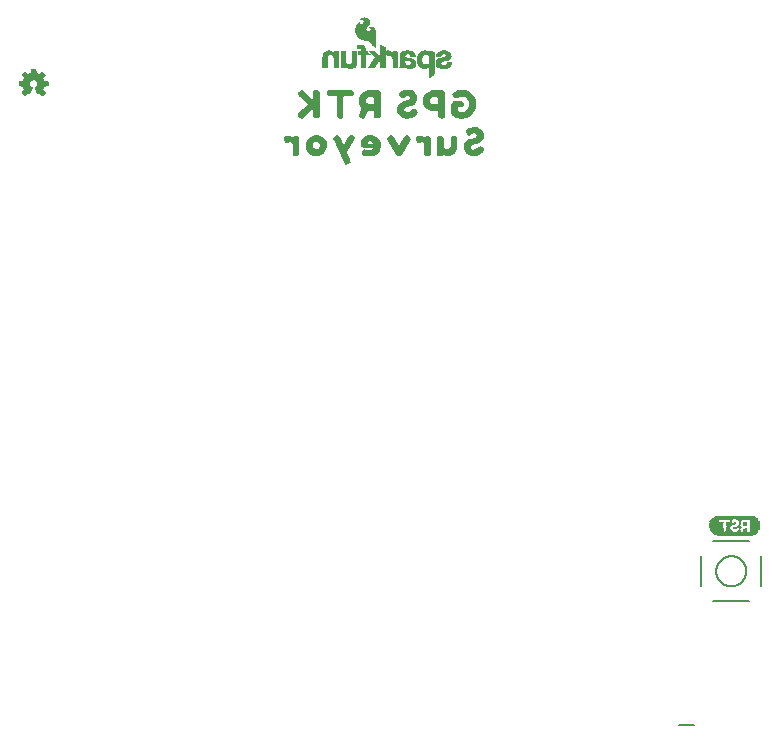
<source format=gbo>
G04 EAGLE Gerber RS-274X export*
G75*
%MOMM*%
%FSLAX34Y34*%
%LPD*%
%INSilkscreen Bottom*%
%IPPOS*%
%AMOC8*
5,1,8,0,0,1.08239X$1,22.5*%
G01*
%ADD10C,0.203200*%
%ADD11R,3.080000X0.040000*%
%ADD12R,3.320000X0.040000*%
%ADD13R,3.480000X0.040000*%
%ADD14R,3.640000X0.040000*%
%ADD15R,3.720000X0.040000*%
%ADD16R,3.800000X0.040000*%
%ADD17R,3.880000X0.040000*%
%ADD18R,1.840000X0.040000*%
%ADD19R,1.920000X0.040000*%
%ADD20R,0.720000X0.040000*%
%ADD21R,0.440000X0.040000*%
%ADD22R,0.160000X0.040000*%
%ADD23R,0.360000X0.040000*%
%ADD24R,0.120000X0.040000*%
%ADD25R,0.680000X0.040000*%
%ADD26R,0.760000X0.040000*%
%ADD27R,0.240000X0.040000*%
%ADD28R,0.080000X0.040000*%
%ADD29R,0.800000X0.040000*%
%ADD30R,0.480000X0.040000*%
%ADD31R,1.160000X0.040000*%
%ADD32R,0.280000X0.040000*%
%ADD33R,0.840000X0.040000*%
%ADD34R,0.320000X0.040000*%
%ADD35R,1.200000X0.040000*%
%ADD36R,0.600000X0.040000*%
%ADD37R,0.400000X0.040000*%
%ADD38R,0.560000X0.040000*%
%ADD39R,0.640000X0.040000*%
%ADD40R,0.200000X0.040000*%
%ADD41R,1.120000X0.040000*%
%ADD42R,1.080000X0.040000*%

G36*
X336193Y840333D02*
X336193Y840333D01*
X336206Y840328D01*
X337506Y841128D01*
X337513Y841148D01*
X337525Y841151D01*
X337825Y841851D01*
X339223Y845146D01*
X340506Y847021D01*
X343872Y847021D01*
X345031Y846635D01*
X345031Y843170D01*
X345035Y843165D01*
X345032Y843161D01*
X345332Y841561D01*
X345348Y841546D01*
X345347Y841533D01*
X346347Y840633D01*
X346369Y840632D01*
X346375Y840621D01*
X348475Y840421D01*
X348487Y840428D01*
X348494Y840423D01*
X350194Y840923D01*
X350211Y840945D01*
X350224Y840948D01*
X350824Y842148D01*
X350821Y842162D01*
X350829Y842167D01*
X350929Y843967D01*
X350928Y843969D01*
X350929Y843970D01*
X350929Y862670D01*
X350919Y862684D01*
X350923Y862693D01*
X350223Y863993D01*
X350197Y864005D01*
X350191Y864018D01*
X348491Y864418D01*
X348484Y864415D01*
X348480Y864419D01*
X341480Y864419D01*
X341478Y864418D01*
X341477Y864419D01*
X339877Y864319D01*
X339872Y864315D01*
X339868Y864318D01*
X338268Y863918D01*
X338263Y863911D01*
X338257Y863913D01*
X336757Y863113D01*
X336755Y863110D01*
X336753Y863111D01*
X335253Y862111D01*
X335250Y862103D01*
X335244Y862103D01*
X334144Y860903D01*
X334143Y860898D01*
X334139Y860897D01*
X333139Y859397D01*
X333140Y859387D01*
X333133Y859385D01*
X332633Y857785D01*
X332635Y857780D01*
X332632Y857779D01*
X332332Y856079D01*
X332335Y856071D01*
X332331Y856067D01*
X332431Y854367D01*
X332435Y854362D01*
X332432Y854359D01*
X332832Y852659D01*
X332838Y852654D01*
X332835Y852649D01*
X333535Y851149D01*
X333544Y851145D01*
X333542Y851138D01*
X334627Y849856D01*
X334432Y848784D01*
X333835Y847289D01*
X333035Y845490D01*
X333036Y845486D01*
X333033Y845486D01*
X332733Y844586D01*
X332734Y844584D01*
X332733Y844584D01*
X332233Y842884D01*
X332241Y842862D01*
X332235Y842851D01*
X332735Y841651D01*
X332754Y841640D01*
X332756Y841627D01*
X334556Y840627D01*
X334567Y840629D01*
X334571Y840622D01*
X336171Y840322D01*
X336193Y840333D01*
G37*
G36*
X64786Y859608D02*
X64786Y859608D01*
X64852Y859613D01*
X64870Y859624D01*
X64891Y859629D01*
X64976Y859689D01*
X65000Y859703D01*
X65003Y859708D01*
X65008Y859712D01*
X67208Y862012D01*
X67216Y862025D01*
X67229Y862035D01*
X67260Y862099D01*
X67296Y862161D01*
X67297Y862177D01*
X67304Y862191D01*
X67303Y862262D01*
X67309Y862333D01*
X67303Y862348D01*
X67302Y862364D01*
X67245Y862489D01*
X67243Y862493D01*
X67243Y862494D01*
X65375Y865109D01*
X65377Y865120D01*
X65386Y865133D01*
X65397Y865191D01*
X65406Y865212D01*
X65406Y865234D01*
X65412Y865267D01*
X65413Y865272D01*
X65413Y865273D01*
X65413Y865274D01*
X65413Y865284D01*
X65446Y865349D01*
X65502Y865406D01*
X65513Y865424D01*
X65525Y865433D01*
X65533Y865451D01*
X65573Y865504D01*
X65646Y865649D01*
X65702Y865706D01*
X65742Y865770D01*
X65786Y865833D01*
X65788Y865845D01*
X65793Y865853D01*
X65797Y865888D01*
X65813Y865974D01*
X65813Y866023D01*
X65842Y866070D01*
X65886Y866133D01*
X65888Y866145D01*
X65893Y866153D01*
X65897Y866188D01*
X65913Y866274D01*
X65913Y866384D01*
X65946Y866449D01*
X66002Y866506D01*
X66042Y866570D01*
X66086Y866633D01*
X66088Y866645D01*
X66093Y866653D01*
X66097Y866688D01*
X66103Y866721D01*
X66106Y866729D01*
X66106Y866737D01*
X66113Y866774D01*
X66113Y866823D01*
X66142Y866870D01*
X66186Y866933D01*
X66188Y866945D01*
X66193Y866953D01*
X66197Y866988D01*
X66213Y867074D01*
X66213Y867184D01*
X66242Y867242D01*
X69498Y867800D01*
X69516Y867807D01*
X69535Y867808D01*
X69595Y867841D01*
X69657Y867867D01*
X69670Y867882D01*
X69687Y867891D01*
X69726Y867947D01*
X69770Y867998D01*
X69775Y868017D01*
X69786Y868033D01*
X69808Y868144D01*
X69813Y868166D01*
X69812Y868170D01*
X69813Y868174D01*
X69813Y871374D01*
X69809Y871393D01*
X69811Y871412D01*
X69800Y871446D01*
X69799Y871452D01*
X69794Y871463D01*
X69789Y871476D01*
X69774Y871542D01*
X69761Y871557D01*
X69755Y871575D01*
X69707Y871623D01*
X69664Y871676D01*
X69646Y871683D01*
X69632Y871697D01*
X69526Y871737D01*
X69506Y871746D01*
X69502Y871746D01*
X69498Y871748D01*
X66286Y872298D01*
X66275Y872337D01*
X66274Y872342D01*
X66273Y872343D01*
X66213Y872463D01*
X66213Y872474D01*
X66210Y872489D01*
X66212Y872505D01*
X66192Y872575D01*
X66192Y872590D01*
X66184Y872604D01*
X66175Y872637D01*
X66174Y872642D01*
X66173Y872643D01*
X66113Y872763D01*
X66113Y872774D01*
X66110Y872789D01*
X66112Y872805D01*
X66075Y872937D01*
X66074Y872942D01*
X66073Y872943D01*
X65913Y873263D01*
X65913Y873274D01*
X65910Y873289D01*
X65912Y873305D01*
X65875Y873437D01*
X65874Y873442D01*
X65873Y873443D01*
X65773Y873643D01*
X65750Y873671D01*
X65713Y873725D01*
X65713Y873774D01*
X65696Y873848D01*
X65682Y873923D01*
X65676Y873933D01*
X65674Y873942D01*
X65651Y873970D01*
X65602Y874042D01*
X65546Y874098D01*
X65473Y874243D01*
X65450Y874271D01*
X65413Y874325D01*
X65413Y874374D01*
X65396Y874448D01*
X65392Y874470D01*
X67246Y877158D01*
X67252Y877174D01*
X67264Y877187D01*
X67284Y877254D01*
X67309Y877319D01*
X67308Y877337D01*
X67313Y877353D01*
X67300Y877422D01*
X67294Y877492D01*
X67285Y877506D01*
X67282Y877523D01*
X67211Y877629D01*
X67204Y877640D01*
X67203Y877640D01*
X67202Y877642D01*
X65002Y879842D01*
X64988Y879851D01*
X64977Y879865D01*
X64915Y879896D01*
X64855Y879933D01*
X64838Y879935D01*
X64823Y879942D01*
X64753Y879943D01*
X64683Y879949D01*
X64667Y879943D01*
X64650Y879943D01*
X64532Y879892D01*
X64521Y879888D01*
X64520Y879887D01*
X64519Y879886D01*
X61820Y878024D01*
X61802Y878042D01*
X61737Y878082D01*
X61675Y878126D01*
X61663Y878128D01*
X61655Y878133D01*
X61620Y878136D01*
X61534Y878153D01*
X61484Y878153D01*
X61472Y878161D01*
X61404Y878213D01*
X61259Y878285D01*
X61202Y878342D01*
X61137Y878382D01*
X61075Y878426D01*
X61063Y878428D01*
X61055Y878433D01*
X61020Y878436D01*
X60934Y878453D01*
X60884Y878453D01*
X60872Y878461D01*
X60804Y878513D01*
X60604Y878613D01*
X60588Y878617D01*
X60575Y878626D01*
X60441Y878652D01*
X60435Y878653D01*
X60434Y878653D01*
X60424Y878653D01*
X60304Y878713D01*
X60288Y878717D01*
X60275Y878726D01*
X60141Y878752D01*
X60135Y878753D01*
X60134Y878753D01*
X60084Y878753D01*
X60037Y878782D01*
X59975Y878826D01*
X59963Y878828D01*
X59955Y878833D01*
X59920Y878836D01*
X59834Y878853D01*
X59724Y878853D01*
X59666Y878882D01*
X59108Y882138D01*
X59100Y882156D01*
X59099Y882175D01*
X59067Y882234D01*
X59040Y882297D01*
X59026Y882310D01*
X59016Y882327D01*
X58961Y882366D01*
X58909Y882410D01*
X58890Y882415D01*
X58875Y882426D01*
X58764Y882447D01*
X58742Y882453D01*
X58738Y882452D01*
X58734Y882453D01*
X55534Y882453D01*
X55515Y882449D01*
X55496Y882451D01*
X55432Y882429D01*
X55366Y882413D01*
X55351Y882401D01*
X55332Y882395D01*
X55285Y882347D01*
X55232Y882303D01*
X55224Y882286D01*
X55211Y882272D01*
X55171Y882166D01*
X55162Y882145D01*
X55162Y882142D01*
X55160Y882138D01*
X54610Y878926D01*
X54571Y878915D01*
X54566Y878913D01*
X54565Y878913D01*
X54564Y878913D01*
X54444Y878853D01*
X54434Y878853D01*
X54418Y878849D01*
X54402Y878852D01*
X54271Y878815D01*
X54266Y878813D01*
X54265Y878813D01*
X54264Y878813D01*
X54144Y878753D01*
X54134Y878753D01*
X54118Y878749D01*
X54102Y878752D01*
X53971Y878715D01*
X53966Y878713D01*
X53965Y878713D01*
X53964Y878713D01*
X53844Y878653D01*
X53734Y878653D01*
X53660Y878636D01*
X53584Y878622D01*
X53575Y878616D01*
X53566Y878613D01*
X53538Y878591D01*
X53466Y878542D01*
X53409Y878485D01*
X53344Y878453D01*
X53334Y878453D01*
X53318Y878449D01*
X53302Y878452D01*
X53171Y878415D01*
X53166Y878413D01*
X53165Y878413D01*
X53164Y878413D01*
X52964Y878313D01*
X52937Y878290D01*
X52866Y878242D01*
X52809Y878185D01*
X52744Y878153D01*
X52734Y878153D01*
X52718Y878149D01*
X52702Y878152D01*
X52571Y878115D01*
X52566Y878113D01*
X52565Y878113D01*
X52564Y878113D01*
X52423Y878042D01*
X49749Y879886D01*
X49737Y879891D01*
X49728Y879900D01*
X49657Y879922D01*
X49588Y879949D01*
X49575Y879948D01*
X49563Y879952D01*
X49490Y879940D01*
X49416Y879934D01*
X49405Y879927D01*
X49392Y879925D01*
X49272Y879848D01*
X46972Y877648D01*
X46958Y877626D01*
X46938Y877610D01*
X46911Y877554D01*
X46877Y877503D01*
X46874Y877477D01*
X46863Y877454D01*
X46864Y877392D01*
X46857Y877331D01*
X46866Y877307D01*
X46866Y877281D01*
X46904Y877201D01*
X46915Y877168D01*
X46922Y877162D01*
X46927Y877151D01*
X48862Y874478D01*
X48822Y874398D01*
X48766Y874342D01*
X48726Y874277D01*
X48682Y874214D01*
X48680Y874203D01*
X48675Y874195D01*
X48671Y874160D01*
X48655Y874074D01*
X48655Y874024D01*
X48647Y874011D01*
X48595Y873943D01*
X48522Y873798D01*
X48466Y873742D01*
X48426Y873677D01*
X48382Y873614D01*
X48380Y873603D01*
X48375Y873595D01*
X48371Y873560D01*
X48355Y873474D01*
X48355Y873424D01*
X48326Y873377D01*
X48282Y873314D01*
X48280Y873303D01*
X48275Y873295D01*
X48271Y873260D01*
X48255Y873174D01*
X48255Y873063D01*
X48222Y872998D01*
X48166Y872942D01*
X48126Y872877D01*
X48082Y872814D01*
X48080Y872803D01*
X48075Y872795D01*
X48071Y872760D01*
X48055Y872674D01*
X48055Y872624D01*
X48026Y872577D01*
X47982Y872514D01*
X47980Y872503D01*
X47975Y872495D01*
X47971Y872460D01*
X47955Y872374D01*
X47955Y872295D01*
X44672Y871748D01*
X44653Y871740D01*
X44633Y871739D01*
X44574Y871707D01*
X44512Y871681D01*
X44499Y871666D01*
X44481Y871656D01*
X44443Y871601D01*
X44399Y871551D01*
X44393Y871531D01*
X44382Y871514D01*
X44366Y871433D01*
X44362Y871423D01*
X44362Y871411D01*
X44361Y871408D01*
X44355Y871383D01*
X44356Y871379D01*
X44355Y871374D01*
X44355Y868174D01*
X44359Y868155D01*
X44357Y868136D01*
X44379Y868071D01*
X44394Y868005D01*
X44407Y867990D01*
X44413Y867972D01*
X44461Y867924D01*
X44504Y867872D01*
X44522Y867864D01*
X44536Y867850D01*
X44642Y867810D01*
X44662Y867801D01*
X44666Y867801D01*
X44670Y867800D01*
X47958Y867236D01*
X47993Y867111D01*
X47994Y867105D01*
X47995Y867105D01*
X47995Y867104D01*
X48055Y866984D01*
X48055Y866974D01*
X48058Y866958D01*
X48056Y866942D01*
X48093Y866811D01*
X48094Y866805D01*
X48095Y866805D01*
X48095Y866804D01*
X48155Y866684D01*
X48155Y866674D01*
X48158Y866658D01*
X48156Y866642D01*
X48193Y866511D01*
X48194Y866505D01*
X48195Y866505D01*
X48195Y866504D01*
X48355Y866184D01*
X48355Y866174D01*
X48358Y866158D01*
X48356Y866142D01*
X48393Y866011D01*
X48394Y866005D01*
X48395Y866005D01*
X48395Y866004D01*
X48495Y865804D01*
X48518Y865776D01*
X48566Y865706D01*
X48622Y865649D01*
X48655Y865584D01*
X48655Y865574D01*
X48658Y865558D01*
X48656Y865542D01*
X48693Y865411D01*
X48694Y865405D01*
X48695Y865405D01*
X48695Y865404D01*
X48795Y865204D01*
X48818Y865176D01*
X48866Y865106D01*
X48876Y865095D01*
X46931Y862501D01*
X46921Y862479D01*
X46904Y862460D01*
X46886Y862400D01*
X46861Y862343D01*
X46862Y862318D01*
X46855Y862294D01*
X46866Y862233D01*
X46869Y862170D01*
X46881Y862148D01*
X46886Y862124D01*
X46937Y862049D01*
X46953Y862019D01*
X46960Y862014D01*
X46966Y862006D01*
X49266Y859706D01*
X49280Y859697D01*
X49291Y859683D01*
X49353Y859651D01*
X49413Y859614D01*
X49430Y859613D01*
X49445Y859605D01*
X49516Y859605D01*
X49585Y859598D01*
X49601Y859604D01*
X49618Y859604D01*
X49736Y859656D01*
X49747Y859660D01*
X49748Y859661D01*
X49749Y859661D01*
X52448Y861523D01*
X52466Y861506D01*
X52531Y861465D01*
X52593Y861421D01*
X52605Y861419D01*
X52613Y861414D01*
X52648Y861411D01*
X52663Y861408D01*
X52666Y861406D01*
X52731Y861365D01*
X52793Y861321D01*
X52805Y861319D01*
X52813Y861314D01*
X52848Y861311D01*
X52934Y861294D01*
X52984Y861294D01*
X53031Y861265D01*
X53093Y861221D01*
X53105Y861219D01*
X53113Y861214D01*
X53148Y861211D01*
X53163Y861208D01*
X53166Y861206D01*
X53231Y861165D01*
X53293Y861121D01*
X53305Y861119D01*
X53313Y861114D01*
X53348Y861111D01*
X53363Y861108D01*
X53366Y861106D01*
X53431Y861065D01*
X53493Y861021D01*
X53505Y861019D01*
X53513Y861014D01*
X53548Y861011D01*
X53577Y861005D01*
X53604Y860972D01*
X53623Y860964D01*
X53638Y860949D01*
X53701Y860929D01*
X53762Y860901D01*
X53783Y860902D01*
X53802Y860896D01*
X53868Y860906D01*
X53935Y860908D01*
X53953Y860918D01*
X53973Y860921D01*
X54028Y860959D01*
X54087Y860991D01*
X54099Y861008D01*
X54115Y861020D01*
X54172Y861112D01*
X54186Y861133D01*
X54187Y861138D01*
X54190Y861142D01*
X56190Y866542D01*
X56194Y866573D01*
X56206Y866601D01*
X56204Y866657D01*
X56211Y866714D01*
X56201Y866743D01*
X56200Y866774D01*
X56173Y866824D01*
X56154Y866877D01*
X56132Y866899D01*
X56117Y866926D01*
X56057Y866972D01*
X56030Y866998D01*
X56017Y867002D01*
X56004Y867013D01*
X55459Y867285D01*
X55302Y867442D01*
X55272Y867461D01*
X55204Y867513D01*
X55059Y867585D01*
X54746Y867898D01*
X54673Y868043D01*
X54650Y868071D01*
X54602Y868142D01*
X54446Y868298D01*
X54385Y868419D01*
X54294Y868694D01*
X54282Y868713D01*
X54273Y868743D01*
X54213Y868863D01*
X54213Y868974D01*
X54205Y869009D01*
X54194Y869094D01*
X54113Y869335D01*
X54113Y870112D01*
X54194Y870354D01*
X54197Y870390D01*
X54213Y870474D01*
X54213Y870659D01*
X54350Y870863D01*
X54363Y870898D01*
X54394Y870954D01*
X54478Y871206D01*
X54829Y871732D01*
X55176Y872079D01*
X55702Y872430D01*
X55954Y872514D01*
X55972Y872525D01*
X55986Y872528D01*
X55999Y872539D01*
X56044Y872558D01*
X56249Y872694D01*
X56434Y872694D01*
X56469Y872703D01*
X56554Y872714D01*
X56796Y872794D01*
X57387Y872794D01*
X57742Y872706D01*
X57778Y872705D01*
X57834Y872694D01*
X58019Y872694D01*
X58224Y872558D01*
X58259Y872545D01*
X58308Y872517D01*
X58310Y872516D01*
X58311Y872516D01*
X58314Y872514D01*
X58566Y872430D01*
X58793Y872279D01*
X58966Y872106D01*
X58992Y872089D01*
X59024Y872058D01*
X59293Y871879D01*
X59439Y871732D01*
X59790Y871206D01*
X60155Y870112D01*
X60155Y869635D01*
X60074Y869394D01*
X60071Y869358D01*
X60055Y869274D01*
X60055Y869063D01*
X59895Y868743D01*
X59889Y868721D01*
X59874Y868694D01*
X59783Y868419D01*
X59622Y868098D01*
X59466Y867942D01*
X59447Y867911D01*
X59395Y867843D01*
X59322Y867698D01*
X59209Y867585D01*
X59064Y867513D01*
X59037Y867490D01*
X58966Y867442D01*
X58809Y867285D01*
X58488Y867125D01*
X58214Y867033D01*
X58165Y867003D01*
X58112Y866981D01*
X58092Y866959D01*
X58067Y866943D01*
X58036Y866894D01*
X57999Y866851D01*
X57991Y866822D01*
X57975Y866796D01*
X57969Y866739D01*
X57955Y866683D01*
X57961Y866649D01*
X57958Y866624D01*
X57970Y866592D01*
X57978Y866542D01*
X59978Y861142D01*
X60004Y861104D01*
X60020Y861061D01*
X60051Y861033D01*
X60074Y860998D01*
X60114Y860975D01*
X60147Y860944D01*
X60187Y860932D01*
X60224Y860911D01*
X60269Y860908D01*
X60313Y860895D01*
X60354Y860902D01*
X60396Y860900D01*
X60439Y860917D01*
X60484Y860925D01*
X60525Y860953D01*
X60556Y860966D01*
X60573Y860986D01*
X60586Y860994D01*
X60634Y860994D01*
X60708Y861012D01*
X60784Y861025D01*
X60793Y861032D01*
X60802Y861034D01*
X60830Y861057D01*
X60902Y861106D01*
X60909Y861112D01*
X60984Y861125D01*
X60993Y861132D01*
X61002Y861134D01*
X61030Y861157D01*
X61102Y861206D01*
X61109Y861212D01*
X61184Y861225D01*
X61193Y861232D01*
X61202Y861234D01*
X61230Y861257D01*
X61302Y861306D01*
X61309Y861312D01*
X61384Y861325D01*
X61393Y861332D01*
X61402Y861334D01*
X61430Y861357D01*
X61502Y861406D01*
X61509Y861412D01*
X61584Y861425D01*
X61593Y861432D01*
X61602Y861434D01*
X61630Y861457D01*
X61702Y861506D01*
X61709Y861512D01*
X61784Y861525D01*
X61793Y861532D01*
X61802Y861534D01*
X61803Y861534D01*
X64519Y859661D01*
X64539Y859654D01*
X64555Y859640D01*
X64618Y859622D01*
X64680Y859598D01*
X64701Y859600D01*
X64722Y859595D01*
X64786Y859608D01*
G37*
G36*
X420484Y840323D02*
X420484Y840323D01*
X420486Y840321D01*
X422186Y840521D01*
X422189Y840524D01*
X422192Y840522D01*
X423792Y840922D01*
X423796Y840928D01*
X423801Y840925D01*
X425301Y841625D01*
X425303Y841630D01*
X425307Y841629D01*
X426707Y842529D01*
X426708Y842533D01*
X426712Y842532D01*
X428012Y843632D01*
X428013Y843637D01*
X428016Y843637D01*
X429216Y844937D01*
X429217Y844943D01*
X429221Y844943D01*
X430121Y846343D01*
X430121Y846346D01*
X430123Y846347D01*
X430923Y847847D01*
X430922Y847854D01*
X430927Y847855D01*
X431427Y849455D01*
X431426Y849459D01*
X431428Y849461D01*
X431728Y851061D01*
X431726Y851065D01*
X431729Y851067D01*
X431829Y852867D01*
X431827Y852871D01*
X431829Y852873D01*
X431729Y854573D01*
X431725Y854578D01*
X431728Y854581D01*
X431328Y856281D01*
X431325Y856283D01*
X431327Y856286D01*
X430827Y857786D01*
X430822Y857789D01*
X430823Y857793D01*
X430023Y859293D01*
X430018Y859296D01*
X430019Y859300D01*
X429019Y860600D01*
X429014Y860601D01*
X429015Y860605D01*
X427715Y861905D01*
X427709Y861906D01*
X427709Y861910D01*
X426309Y862910D01*
X426305Y862910D01*
X426304Y862913D01*
X424904Y863713D01*
X424899Y863712D01*
X424897Y863716D01*
X423297Y864316D01*
X423293Y864315D01*
X423292Y864318D01*
X421692Y864718D01*
X421688Y864716D01*
X421686Y864719D01*
X419986Y864919D01*
X419980Y864916D01*
X419977Y864919D01*
X418277Y864819D01*
X418274Y864816D01*
X418271Y864818D01*
X416671Y864518D01*
X416668Y864515D01*
X416665Y864517D01*
X415065Y864017D01*
X415061Y864011D01*
X415057Y864013D01*
X413557Y863213D01*
X413555Y863210D01*
X413553Y863211D01*
X412053Y862211D01*
X412046Y862192D01*
X412035Y862189D01*
X411435Y860789D01*
X411439Y860774D01*
X411437Y860773D01*
X411440Y860770D01*
X411442Y860762D01*
X411435Y860750D01*
X412135Y859150D01*
X412146Y859144D01*
X412145Y859135D01*
X413545Y857735D01*
X413564Y857733D01*
X413568Y857722D01*
X414768Y857422D01*
X414789Y857431D01*
X414800Y857425D01*
X416400Y858125D01*
X416400Y858126D01*
X416401Y858125D01*
X417894Y858822D01*
X419581Y859021D01*
X421369Y858921D01*
X422856Y858327D01*
X424245Y857334D01*
X425237Y856045D01*
X425832Y854558D01*
X426030Y852771D01*
X425732Y850983D01*
X425137Y849495D01*
X424144Y848204D01*
X422753Y847012D01*
X421266Y846318D01*
X419680Y846120D01*
X417993Y846318D01*
X416629Y846903D01*
X416629Y850221D01*
X418180Y850221D01*
X418182Y850222D01*
X418183Y850221D01*
X420083Y850321D01*
X420102Y850337D01*
X420115Y850335D01*
X421115Y851335D01*
X421119Y851362D01*
X421129Y851370D01*
X421129Y853170D01*
X421122Y853179D01*
X421127Y853186D01*
X420627Y854686D01*
X420597Y854706D01*
X420592Y854718D01*
X418992Y855118D01*
X418984Y855114D01*
X418980Y855119D01*
X413880Y855119D01*
X413875Y855116D01*
X413872Y855119D01*
X411972Y854819D01*
X411957Y854803D01*
X411945Y854805D01*
X410945Y853805D01*
X410943Y853787D01*
X410932Y853779D01*
X410934Y853777D01*
X410931Y853776D01*
X410731Y852076D01*
X410733Y852072D01*
X410731Y852070D01*
X410731Y845270D01*
X410736Y845263D01*
X410732Y845258D01*
X411132Y843658D01*
X411148Y843646D01*
X411147Y843634D01*
X412347Y842534D01*
X412350Y842533D01*
X412350Y842531D01*
X413550Y841631D01*
X413560Y841631D01*
X413562Y841624D01*
X415062Y841024D01*
X415065Y841025D01*
X415065Y841023D01*
X416665Y840523D01*
X416672Y840525D01*
X416675Y840521D01*
X418575Y840321D01*
X418578Y840323D01*
X418580Y840321D01*
X420480Y840321D01*
X420484Y840323D01*
G37*
G36*
X402886Y840327D02*
X402886Y840327D01*
X402891Y840322D01*
X404591Y840722D01*
X404611Y840745D01*
X404624Y840748D01*
X405224Y841948D01*
X405221Y841964D01*
X405229Y841970D01*
X405229Y862270D01*
X405222Y862280D01*
X405226Y862287D01*
X404726Y863687D01*
X404700Y863704D01*
X404696Y863717D01*
X403196Y864217D01*
X403185Y864213D01*
X403180Y864219D01*
X394580Y864219D01*
X394573Y864214D01*
X394568Y864218D01*
X392968Y863818D01*
X392965Y863814D01*
X392962Y863816D01*
X391462Y863216D01*
X391457Y863208D01*
X391451Y863210D01*
X389951Y862110D01*
X389950Y862106D01*
X389947Y862106D01*
X388747Y861006D01*
X388745Y860999D01*
X388740Y860999D01*
X387740Y859599D01*
X387740Y859594D01*
X387737Y859593D01*
X386937Y858093D01*
X386937Y858089D01*
X386934Y858088D01*
X386734Y857588D01*
X386738Y857576D01*
X386733Y857572D01*
X386733Y857571D01*
X386731Y857570D01*
X386731Y855870D01*
X386732Y855868D01*
X386731Y855867D01*
X386831Y854167D01*
X386834Y854164D01*
X386832Y854161D01*
X387132Y852561D01*
X387140Y852554D01*
X387137Y852547D01*
X387937Y851047D01*
X387941Y851045D01*
X387940Y851041D01*
X388940Y849641D01*
X388949Y849639D01*
X388948Y849632D01*
X390248Y848532D01*
X390256Y848532D01*
X390257Y848527D01*
X391757Y847727D01*
X391762Y847727D01*
X391763Y847724D01*
X393363Y847124D01*
X393371Y847126D01*
X393374Y847121D01*
X394974Y846921D01*
X394978Y846923D01*
X394980Y846921D01*
X398268Y846921D01*
X399431Y846340D01*
X399431Y842970D01*
X399434Y842966D01*
X399431Y842964D01*
X399631Y841364D01*
X399649Y841345D01*
X399649Y841332D01*
X400749Y840432D01*
X400771Y840431D01*
X400778Y840421D01*
X402878Y840321D01*
X402886Y840327D01*
G37*
G36*
X285392Y840622D02*
X285392Y840622D01*
X285403Y840636D01*
X285414Y840634D01*
X286814Y841934D01*
X286814Y841938D01*
X286817Y841937D01*
X293441Y849451D01*
X293531Y848368D01*
X293531Y843270D01*
X293535Y843265D01*
X293532Y843261D01*
X293832Y841661D01*
X293851Y841644D01*
X293851Y841630D01*
X294951Y840830D01*
X294969Y840831D01*
X294975Y840821D01*
X297075Y840621D01*
X297087Y840628D01*
X297094Y840623D01*
X298794Y841123D01*
X298812Y841147D01*
X298825Y841150D01*
X299325Y842250D01*
X299322Y842262D01*
X299329Y842267D01*
X299429Y844067D01*
X299428Y844069D01*
X299429Y844070D01*
X299429Y862670D01*
X299420Y862682D01*
X299425Y862691D01*
X298825Y863991D01*
X298800Y864004D01*
X298796Y864017D01*
X297296Y864517D01*
X297283Y864513D01*
X297278Y864519D01*
X295078Y864419D01*
X295063Y864407D01*
X295053Y864411D01*
X293853Y863611D01*
X293846Y863590D01*
X293832Y863580D01*
X293532Y862080D01*
X293535Y862073D01*
X293531Y862070D01*
X293531Y856872D01*
X293440Y855690D01*
X289817Y859803D01*
X286817Y863203D01*
X286815Y863203D01*
X286815Y863205D01*
X285515Y864505D01*
X285499Y864507D01*
X285496Y864517D01*
X284296Y864917D01*
X284269Y864908D01*
X284257Y864913D01*
X282757Y864113D01*
X282752Y864104D01*
X282745Y864105D01*
X281345Y862705D01*
X281344Y862694D01*
X281343Y862694D01*
X281344Y862693D01*
X281342Y862683D01*
X281331Y862678D01*
X281131Y861378D01*
X281143Y861357D01*
X281138Y861345D01*
X282038Y859845D01*
X282042Y859843D01*
X282042Y859839D01*
X282842Y858839D01*
X282846Y858838D01*
X282845Y858835D01*
X283944Y857736D01*
X285044Y856537D01*
X285047Y856536D01*
X285047Y856534D01*
X286446Y855234D01*
X287945Y853735D01*
X287947Y853735D01*
X287947Y853734D01*
X289109Y852668D01*
X284945Y848505D01*
X284945Y848504D01*
X284944Y848504D01*
X282144Y845504D01*
X282143Y845497D01*
X282138Y845496D01*
X281138Y843896D01*
X281139Y843885D01*
X281133Y843880D01*
X281138Y843873D01*
X281131Y843866D01*
X281231Y842566D01*
X281247Y842548D01*
X281245Y842535D01*
X282645Y841135D01*
X282656Y841134D01*
X282657Y841127D01*
X284157Y840327D01*
X284182Y840331D01*
X284192Y840322D01*
X285392Y840622D01*
G37*
G36*
X430522Y808572D02*
X430522Y808572D01*
X430523Y808571D01*
X432223Y808671D01*
X432230Y808677D01*
X432235Y808673D01*
X433835Y809173D01*
X433840Y809180D01*
X433845Y809178D01*
X435345Y810078D01*
X435347Y810082D01*
X435350Y810081D01*
X436750Y811181D01*
X436752Y811187D01*
X436756Y811187D01*
X437756Y812287D01*
X437757Y812296D01*
X437763Y812297D01*
X438563Y813797D01*
X438560Y813821D01*
X438568Y813831D01*
X438268Y815131D01*
X438254Y815143D01*
X438256Y815154D01*
X436956Y816554D01*
X436939Y816557D01*
X436936Y816567D01*
X435436Y817067D01*
X435413Y817059D01*
X435402Y817066D01*
X434102Y816566D01*
X434096Y816556D01*
X434088Y816557D01*
X432590Y815259D01*
X431103Y814268D01*
X429426Y814070D01*
X427854Y814660D01*
X427173Y815828D01*
X427563Y817388D01*
X428937Y818173D01*
X430629Y818472D01*
X430630Y818473D01*
X430632Y818472D01*
X432232Y818872D01*
X432235Y818876D01*
X432239Y818874D01*
X433939Y819574D01*
X433940Y819577D01*
X433942Y819576D01*
X435342Y820276D01*
X435345Y820282D01*
X435350Y820281D01*
X436650Y821281D01*
X436654Y821294D01*
X436662Y821295D01*
X437562Y822795D01*
X437562Y822801D01*
X437566Y822802D01*
X438166Y824302D01*
X438163Y824313D01*
X438169Y824317D01*
X438269Y826117D01*
X438265Y826123D01*
X438269Y826126D01*
X438069Y827726D01*
X438062Y827733D01*
X438066Y827738D01*
X437466Y829238D01*
X437458Y829243D01*
X437460Y829249D01*
X436460Y830649D01*
X436453Y830651D01*
X436453Y830656D01*
X435253Y831756D01*
X435245Y831757D01*
X435244Y831763D01*
X433844Y832563D01*
X433835Y832561D01*
X433832Y832568D01*
X432232Y832968D01*
X432227Y832966D01*
X432225Y832969D01*
X430425Y833169D01*
X430420Y833166D01*
X430417Y833169D01*
X428617Y833069D01*
X428614Y833066D01*
X428611Y833068D01*
X427011Y832768D01*
X427006Y832763D01*
X427002Y832766D01*
X425202Y832066D01*
X425198Y832059D01*
X425193Y832061D01*
X423993Y831261D01*
X423990Y831253D01*
X423984Y831253D01*
X422784Y829953D01*
X422781Y829928D01*
X422771Y829920D01*
X422771Y828620D01*
X422783Y828604D01*
X422779Y828593D01*
X423879Y826893D01*
X423893Y826888D01*
X423893Y826879D01*
X425293Y825979D01*
X425320Y825981D01*
X425330Y825972D01*
X426730Y826272D01*
X426739Y826282D01*
X426747Y826279D01*
X428242Y827275D01*
X429725Y827770D01*
X431395Y827573D01*
X432366Y826408D01*
X431977Y824852D01*
X430601Y824066D01*
X427307Y823168D01*
X427307Y823167D01*
X427306Y823167D01*
X425606Y822667D01*
X425604Y822664D01*
X425602Y822666D01*
X424102Y822066D01*
X424096Y822056D01*
X424088Y822058D01*
X422888Y821058D01*
X422886Y821049D01*
X422880Y821049D01*
X421880Y819649D01*
X421880Y819637D01*
X421873Y819635D01*
X421373Y818035D01*
X421376Y818026D01*
X421371Y818023D01*
X421271Y816223D01*
X421274Y816217D01*
X421271Y816214D01*
X421471Y814514D01*
X421476Y814509D01*
X421473Y814504D01*
X421973Y813004D01*
X421980Y813000D01*
X421978Y812995D01*
X422878Y811495D01*
X422887Y811491D01*
X422887Y811484D01*
X424087Y810384D01*
X424094Y810383D01*
X424095Y810378D01*
X425595Y809478D01*
X425601Y809478D01*
X425602Y809474D01*
X427102Y808874D01*
X427109Y808876D01*
X427111Y808872D01*
X428811Y808572D01*
X428817Y808574D01*
X428820Y808571D01*
X430520Y808571D01*
X430522Y808572D01*
G37*
G36*
X374082Y840322D02*
X374082Y840322D01*
X374083Y840321D01*
X375783Y840421D01*
X375789Y840426D01*
X375794Y840423D01*
X377494Y840923D01*
X377500Y840931D01*
X377507Y840929D01*
X378907Y841829D01*
X378907Y841831D01*
X378909Y841830D01*
X380409Y842930D01*
X380411Y842937D01*
X380416Y842937D01*
X381416Y844037D01*
X381417Y844046D01*
X381423Y844047D01*
X382223Y845547D01*
X382220Y845571D01*
X382228Y845581D01*
X381928Y846881D01*
X381914Y846893D01*
X381916Y846904D01*
X380616Y848304D01*
X380598Y848307D01*
X380595Y848317D01*
X378995Y848817D01*
X378973Y848809D01*
X378962Y848816D01*
X377662Y848316D01*
X377655Y848305D01*
X377647Y848306D01*
X376249Y847009D01*
X374763Y846018D01*
X372986Y845820D01*
X371414Y846410D01*
X370733Y847578D01*
X371122Y849137D01*
X372597Y849923D01*
X374189Y850222D01*
X374190Y850223D01*
X374191Y850222D01*
X375891Y850622D01*
X375896Y850627D01*
X375900Y850625D01*
X377500Y851325D01*
X377500Y851326D01*
X377501Y851325D01*
X379001Y852025D01*
X379005Y852034D01*
X379012Y852032D01*
X380212Y853032D01*
X380214Y853042D01*
X380221Y853043D01*
X381221Y854543D01*
X381220Y854552D01*
X381227Y854554D01*
X381727Y856054D01*
X381724Y856062D01*
X381729Y856065D01*
X381929Y857865D01*
X381925Y857872D01*
X381929Y857876D01*
X381729Y859476D01*
X381722Y859483D01*
X381726Y859488D01*
X381126Y860988D01*
X381118Y860993D01*
X381120Y860999D01*
X380120Y862399D01*
X380113Y862401D01*
X380113Y862406D01*
X378913Y863506D01*
X378905Y863507D01*
X378904Y863513D01*
X377504Y864313D01*
X377495Y864311D01*
X377492Y864318D01*
X375892Y864718D01*
X375887Y864716D01*
X375885Y864719D01*
X373985Y864919D01*
X373980Y864916D01*
X373977Y864919D01*
X372177Y864819D01*
X372174Y864816D01*
X372171Y864818D01*
X370571Y864518D01*
X370566Y864513D01*
X370561Y864516D01*
X368861Y863816D01*
X368858Y863809D01*
X368853Y863811D01*
X367653Y863011D01*
X367650Y863004D01*
X367645Y863005D01*
X366345Y861705D01*
X366341Y861675D01*
X366331Y861666D01*
X366431Y860366D01*
X366442Y860353D01*
X366439Y860343D01*
X367539Y858643D01*
X367552Y858639D01*
X367552Y858630D01*
X368852Y857730D01*
X368880Y857731D01*
X368890Y857722D01*
X370290Y858022D01*
X370299Y858032D01*
X370307Y858029D01*
X371802Y859025D01*
X373285Y859520D01*
X375055Y859323D01*
X376026Y858158D01*
X375638Y856603D01*
X374161Y855816D01*
X370967Y854917D01*
X370966Y854917D01*
X369266Y854417D01*
X369264Y854414D01*
X369262Y854416D01*
X367762Y853816D01*
X367757Y853807D01*
X367750Y853809D01*
X366450Y852809D01*
X366447Y852797D01*
X366439Y852797D01*
X365539Y851397D01*
X365539Y851387D01*
X365533Y851385D01*
X365033Y849785D01*
X365035Y849778D01*
X365031Y849775D01*
X364831Y847975D01*
X364835Y847968D01*
X364834Y847968D01*
X364835Y847968D01*
X364831Y847964D01*
X365031Y846264D01*
X365038Y846257D01*
X365034Y846252D01*
X365634Y844752D01*
X365639Y844749D01*
X365638Y844745D01*
X366538Y843245D01*
X366547Y843241D01*
X366547Y843234D01*
X367747Y842134D01*
X367753Y842133D01*
X367753Y842129D01*
X369153Y841229D01*
X369161Y841229D01*
X369163Y841224D01*
X370763Y840624D01*
X370769Y840626D01*
X370771Y840622D01*
X372371Y840322D01*
X372377Y840325D01*
X372380Y840321D01*
X374080Y840321D01*
X374082Y840322D01*
G37*
G36*
X346740Y899891D02*
X346740Y899891D01*
X346791Y899893D01*
X346823Y899911D01*
X346859Y899919D01*
X346898Y899952D01*
X346943Y899976D01*
X346964Y900006D01*
X346992Y900029D01*
X347013Y900076D01*
X347043Y900118D01*
X347051Y900160D01*
X347063Y900188D01*
X347062Y900218D01*
X347070Y900260D01*
X347070Y913060D01*
X347066Y913078D01*
X347068Y913102D01*
X346868Y914902D01*
X346857Y914933D01*
X346851Y914980D01*
X346651Y915580D01*
X346638Y915600D01*
X346630Y915630D01*
X346330Y916230D01*
X346322Y916240D01*
X346316Y916256D01*
X346016Y916756D01*
X346002Y916770D01*
X345993Y916789D01*
X345916Y916859D01*
X345895Y916880D01*
X345890Y916882D01*
X345886Y916886D01*
X345402Y917176D01*
X345018Y917464D01*
X344983Y917479D01*
X344931Y917513D01*
X343931Y917913D01*
X343898Y917918D01*
X343853Y917935D01*
X343253Y918035D01*
X343226Y918033D01*
X343190Y918040D01*
X342390Y918040D01*
X342354Y918032D01*
X342298Y918029D01*
X341943Y917940D01*
X341790Y917940D01*
X341775Y917937D01*
X341760Y917939D01*
X341628Y917902D01*
X341621Y917901D01*
X341621Y917900D01*
X341620Y917900D01*
X341420Y917800D01*
X341401Y917784D01*
X341377Y917775D01*
X341335Y917729D01*
X341287Y917689D01*
X341277Y917667D01*
X341260Y917648D01*
X341242Y917588D01*
X341216Y917531D01*
X341218Y917506D01*
X341210Y917482D01*
X341221Y917420D01*
X341224Y917358D01*
X341236Y917336D01*
X341240Y917311D01*
X341289Y917238D01*
X341307Y917206D01*
X341315Y917201D01*
X341321Y917191D01*
X341421Y917091D01*
X341453Y917071D01*
X341520Y917020D01*
X341920Y916820D01*
X341943Y916814D01*
X341970Y916799D01*
X342185Y916728D01*
X342495Y916418D01*
X342645Y916192D01*
X342710Y915998D01*
X342710Y915822D01*
X342638Y915606D01*
X342478Y915285D01*
X342248Y915056D01*
X342012Y914898D01*
X341581Y914726D01*
X341152Y914640D01*
X340437Y914640D01*
X339746Y914813D01*
X339250Y915144D01*
X338929Y915545D01*
X338770Y916022D01*
X338770Y916582D01*
X339016Y917155D01*
X339676Y917909D01*
X340474Y918807D01*
X340475Y918809D01*
X340476Y918810D01*
X341176Y919610D01*
X341192Y919639D01*
X341222Y919675D01*
X341722Y920575D01*
X341733Y920613D01*
X341761Y920678D01*
X341961Y921578D01*
X341961Y921611D01*
X341970Y921660D01*
X341970Y922460D01*
X341962Y922497D01*
X341951Y922580D01*
X341651Y923480D01*
X341630Y923514D01*
X341599Y923581D01*
X341099Y924281D01*
X341073Y924304D01*
X341043Y924344D01*
X340143Y925144D01*
X340112Y925161D01*
X340072Y925194D01*
X338972Y925794D01*
X338936Y925804D01*
X338858Y925834D01*
X337758Y926034D01*
X337729Y926033D01*
X337690Y926040D01*
X336690Y926040D01*
X336653Y926032D01*
X336570Y926021D01*
X335670Y925721D01*
X335664Y925717D01*
X335657Y925716D01*
X334857Y925416D01*
X334842Y925406D01*
X334820Y925400D01*
X334654Y925317D01*
X334220Y925100D01*
X334198Y925082D01*
X334162Y925064D01*
X333762Y924764D01*
X333747Y924746D01*
X333721Y924729D01*
X333621Y924629D01*
X333608Y924607D01*
X333588Y924591D01*
X333562Y924534D01*
X333530Y924482D01*
X333527Y924456D01*
X333517Y924432D01*
X333519Y924371D01*
X333513Y924309D01*
X333522Y924285D01*
X333523Y924259D01*
X333553Y924205D01*
X333575Y924147D01*
X333594Y924130D01*
X333606Y924107D01*
X333657Y924072D01*
X333702Y924030D01*
X333727Y924022D01*
X333748Y924007D01*
X333832Y923991D01*
X333868Y923980D01*
X333878Y923982D01*
X333890Y923980D01*
X334190Y923980D01*
X334227Y923988D01*
X334310Y923999D01*
X334552Y924080D01*
X334743Y924080D01*
X335098Y923991D01*
X335106Y923991D01*
X335115Y923987D01*
X335566Y923897D01*
X335889Y923735D01*
X336210Y923495D01*
X336345Y923292D01*
X336429Y923040D01*
X336442Y923020D01*
X336450Y922990D01*
X336538Y922814D01*
X336589Y922660D01*
X336529Y922480D01*
X336528Y922467D01*
X336521Y922452D01*
X336437Y922116D01*
X336274Y921871D01*
X336266Y921851D01*
X336250Y921830D01*
X336078Y921485D01*
X335848Y921256D01*
X335579Y921076D01*
X335572Y921069D01*
X335562Y921064D01*
X335170Y920771D01*
X334899Y920590D01*
X334467Y920374D01*
X334200Y920240D01*
X333652Y920240D01*
X333459Y920305D01*
X333310Y920404D01*
X333170Y920822D01*
X333170Y921560D01*
X333158Y921610D01*
X333158Y921631D01*
X333157Y921655D01*
X333156Y921662D01*
X333139Y921694D01*
X333131Y921729D01*
X333098Y921769D01*
X333073Y921814D01*
X333043Y921835D01*
X333021Y921862D01*
X332973Y921884D01*
X332931Y921913D01*
X332895Y921919D01*
X332862Y921933D01*
X332811Y921931D01*
X332760Y921939D01*
X332719Y921928D01*
X332689Y921927D01*
X332662Y921912D01*
X332620Y921900D01*
X332609Y921895D01*
X331849Y921515D01*
X331820Y921500D01*
X331816Y921497D01*
X331706Y921413D01*
X330906Y920513D01*
X330891Y920485D01*
X330862Y920452D01*
X330162Y919252D01*
X330153Y919223D01*
X330132Y919188D01*
X329632Y917788D01*
X329629Y917762D01*
X329616Y917730D01*
X329316Y916130D01*
X329318Y916094D01*
X329310Y916039D01*
X329410Y914239D01*
X329420Y914207D01*
X329424Y914158D01*
X329924Y912358D01*
X329941Y912327D01*
X329958Y912275D01*
X330958Y910475D01*
X330975Y910457D01*
X330990Y910427D01*
X331690Y909527D01*
X331697Y909521D01*
X331701Y909513D01*
X331711Y909507D01*
X331721Y909491D01*
X332521Y908691D01*
X332531Y908685D01*
X332540Y908674D01*
X333340Y907974D01*
X333365Y907960D01*
X333394Y907934D01*
X334394Y907334D01*
X334419Y907326D01*
X334449Y907307D01*
X335449Y906907D01*
X335468Y906904D01*
X335490Y906893D01*
X336590Y906593D01*
X336607Y906593D01*
X336628Y906585D01*
X337828Y906385D01*
X337854Y906387D01*
X337890Y906380D01*
X339759Y906380D01*
X340256Y906297D01*
X340672Y906047D01*
X341622Y905287D01*
X342098Y904717D01*
X342110Y904707D01*
X342121Y904691D01*
X343399Y903414D01*
X343881Y902739D01*
X343901Y902721D01*
X343921Y902691D01*
X344509Y902103D01*
X344998Y901517D01*
X345010Y901507D01*
X345021Y901491D01*
X345502Y901010D01*
X345786Y900632D01*
X345804Y900617D01*
X345821Y900591D01*
X346095Y900318D01*
X346274Y900049D01*
X346293Y900031D01*
X346306Y900007D01*
X346356Y899972D01*
X346400Y899931D01*
X346426Y899923D01*
X346448Y899907D01*
X346529Y899892D01*
X346566Y899881D01*
X346577Y899882D01*
X346590Y899880D01*
X346690Y899880D01*
X346740Y899891D01*
G37*
G36*
X297025Y808575D02*
X297025Y808575D01*
X297029Y808572D01*
X298629Y808872D01*
X298633Y808876D01*
X298636Y808874D01*
X300336Y809474D01*
X300341Y809481D01*
X300347Y809479D01*
X301747Y810379D01*
X301748Y810383D01*
X301752Y810382D01*
X303052Y811482D01*
X303054Y811491D01*
X303060Y811491D01*
X304060Y812891D01*
X304060Y812896D01*
X304063Y812897D01*
X304863Y814397D01*
X304862Y814406D01*
X304868Y814408D01*
X305268Y816008D01*
X305265Y816014D01*
X305269Y816017D01*
X305369Y817817D01*
X305368Y817819D01*
X305369Y817820D01*
X305369Y821420D01*
X305352Y821443D01*
X305353Y821456D01*
X302853Y823756D01*
X302850Y823757D01*
X302850Y823759D01*
X301450Y824859D01*
X301444Y824859D01*
X301443Y824863D01*
X299943Y825663D01*
X299936Y825662D01*
X299935Y825667D01*
X298335Y826167D01*
X298328Y826165D01*
X298326Y826169D01*
X296726Y826369D01*
X296720Y826366D01*
X296717Y826369D01*
X294917Y826269D01*
X294912Y826265D01*
X294908Y826268D01*
X293308Y825868D01*
X293304Y825862D01*
X293299Y825865D01*
X291799Y825165D01*
X291796Y825159D01*
X291791Y825160D01*
X290391Y824160D01*
X290390Y824154D01*
X290385Y824155D01*
X289185Y822955D01*
X289184Y822945D01*
X289177Y822944D01*
X288377Y821544D01*
X288378Y821539D01*
X288376Y821538D01*
X288374Y821537D01*
X287774Y819937D01*
X287776Y819931D01*
X287772Y819929D01*
X287472Y818229D01*
X287475Y818221D01*
X287471Y818217D01*
X287571Y816417D01*
X287574Y816414D01*
X287572Y816411D01*
X287872Y814711D01*
X287878Y814705D01*
X287875Y814699D01*
X288575Y813199D01*
X288580Y813197D01*
X288579Y813193D01*
X289479Y811793D01*
X289486Y811791D01*
X289485Y811785D01*
X290685Y810585D01*
X290691Y810584D01*
X290691Y810580D01*
X292091Y809580D01*
X292101Y809580D01*
X292103Y809574D01*
X293703Y808974D01*
X293707Y808975D01*
X293709Y808972D01*
X295409Y808572D01*
X295416Y808575D01*
X295420Y808571D01*
X297020Y808571D01*
X297025Y808575D01*
G37*
G36*
X392429Y874391D02*
X392429Y874391D01*
X392491Y874393D01*
X392513Y874406D01*
X392539Y874410D01*
X392610Y874458D01*
X392643Y874476D01*
X392649Y874484D01*
X392659Y874491D01*
X393544Y875376D01*
X395028Y876563D01*
X395039Y876578D01*
X395059Y876591D01*
X395944Y877476D01*
X396428Y877863D01*
X396434Y877871D01*
X396443Y877876D01*
X396487Y877939D01*
X396535Y877999D01*
X396537Y878009D01*
X396543Y878018D01*
X396558Y878099D01*
X396563Y878110D01*
X396563Y878122D01*
X396570Y878160D01*
X396570Y896660D01*
X396569Y896664D01*
X396570Y896669D01*
X396550Y896749D01*
X396531Y896829D01*
X396528Y896832D01*
X396527Y896837D01*
X396473Y896899D01*
X396421Y896962D01*
X396416Y896964D01*
X396414Y896968D01*
X396282Y897029D01*
X395882Y897129D01*
X395874Y897129D01*
X395865Y897133D01*
X395365Y897233D01*
X395333Y897232D01*
X395290Y897240D01*
X394837Y897240D01*
X394482Y897329D01*
X394474Y897329D01*
X394465Y897333D01*
X393973Y897431D01*
X393582Y897529D01*
X393574Y897529D01*
X393565Y897533D01*
X392565Y897733D01*
X392563Y897733D01*
X392562Y897733D01*
X392478Y897730D01*
X392391Y897727D01*
X392390Y897727D01*
X392389Y897727D01*
X392315Y897686D01*
X392239Y897645D01*
X392238Y897644D01*
X392237Y897644D01*
X392189Y897575D01*
X392138Y897504D01*
X392138Y897503D01*
X392137Y897502D01*
X392110Y897360D01*
X392110Y896578D01*
X391959Y896729D01*
X391943Y896739D01*
X391928Y896757D01*
X391428Y897157D01*
X391407Y897167D01*
X391386Y897186D01*
X390386Y897786D01*
X390373Y897790D01*
X390253Y897835D01*
X389053Y898035D01*
X389026Y898033D01*
X388990Y898040D01*
X388290Y898040D01*
X388279Y898038D01*
X388265Y898039D01*
X386765Y897939D01*
X386728Y897928D01*
X386662Y897918D01*
X385262Y897418D01*
X385233Y897399D01*
X385186Y897381D01*
X384086Y896681D01*
X384059Y896653D01*
X384007Y896614D01*
X383107Y895614D01*
X383094Y895591D01*
X383069Y895564D01*
X382369Y894464D01*
X382357Y894428D01*
X382327Y894372D01*
X381927Y893072D01*
X381926Y893057D01*
X381918Y893040D01*
X381618Y891640D01*
X381619Y891616D01*
X381611Y891585D01*
X381511Y890085D01*
X381514Y890063D01*
X381511Y890033D01*
X381611Y888633D01*
X381618Y888609D01*
X381620Y888575D01*
X381920Y887275D01*
X381932Y887250D01*
X381939Y887214D01*
X382439Y886014D01*
X382449Y885999D01*
X382456Y885978D01*
X383056Y884878D01*
X383082Y884849D01*
X383121Y884791D01*
X384021Y883891D01*
X384043Y883878D01*
X384066Y883852D01*
X385166Y883052D01*
X385202Y883037D01*
X385270Y882999D01*
X386470Y882599D01*
X386500Y882596D01*
X386540Y882583D01*
X388040Y882383D01*
X388079Y882387D01*
X388153Y882385D01*
X389953Y882685D01*
X389989Y882700D01*
X390060Y882720D01*
X390190Y882785D01*
X390660Y883020D01*
X390670Y883028D01*
X390686Y883034D01*
X391686Y883634D01*
X391706Y883654D01*
X391787Y883722D01*
X392010Y884001D01*
X392010Y874760D01*
X392016Y874735D01*
X392013Y874709D01*
X392035Y874652D01*
X392049Y874591D01*
X392066Y874571D01*
X392075Y874547D01*
X392120Y874505D01*
X392159Y874458D01*
X392183Y874447D01*
X392202Y874430D01*
X392261Y874412D01*
X392318Y874387D01*
X392343Y874388D01*
X392368Y874380D01*
X392429Y874391D01*
G37*
G36*
X343325Y808575D02*
X343325Y808575D01*
X343329Y808572D01*
X345029Y808872D01*
X345034Y808877D01*
X345038Y808874D01*
X346538Y809474D01*
X346541Y809479D01*
X346545Y809478D01*
X348045Y810378D01*
X348049Y810387D01*
X348056Y810387D01*
X349156Y811587D01*
X349157Y811594D01*
X349162Y811595D01*
X350062Y813095D01*
X350062Y813101D01*
X350066Y813103D01*
X350666Y814703D01*
X350665Y814707D01*
X350668Y814708D01*
X351068Y816308D01*
X351064Y816316D01*
X351069Y816320D01*
X351069Y818120D01*
X351065Y818125D01*
X351069Y818129D01*
X350769Y819829D01*
X350765Y819832D01*
X350767Y819835D01*
X350267Y821435D01*
X350261Y821439D01*
X350263Y821444D01*
X349463Y822844D01*
X349454Y822848D01*
X349455Y822855D01*
X348255Y824055D01*
X348250Y824055D01*
X348250Y824059D01*
X346950Y825059D01*
X346942Y825059D01*
X346941Y825065D01*
X345441Y825765D01*
X345434Y825763D01*
X345432Y825768D01*
X343832Y826168D01*
X343827Y826166D01*
X343825Y826169D01*
X342025Y826369D01*
X342020Y826366D01*
X342017Y826369D01*
X340217Y826269D01*
X340212Y826265D01*
X340209Y826268D01*
X338509Y825868D01*
X338504Y825862D01*
X338499Y825865D01*
X336999Y825165D01*
X336994Y825155D01*
X336987Y825156D01*
X335787Y824056D01*
X335785Y824049D01*
X335780Y824049D01*
X334780Y822649D01*
X334780Y822638D01*
X334773Y822636D01*
X334273Y821136D01*
X334276Y821128D01*
X334271Y821126D01*
X334071Y819426D01*
X334073Y819422D01*
X334071Y819420D01*
X334071Y817520D01*
X334087Y817499D01*
X334085Y817485D01*
X335285Y816285D01*
X335299Y816283D01*
X335302Y816274D01*
X336802Y815674D01*
X336815Y815678D01*
X336820Y815671D01*
X343613Y815671D01*
X344831Y815296D01*
X343693Y814063D01*
X342113Y813569D01*
X340325Y813569D01*
X338832Y813868D01*
X337235Y814367D01*
X337211Y814359D01*
X337199Y814365D01*
X335899Y813765D01*
X335889Y813744D01*
X335876Y813742D01*
X334976Y811942D01*
X334977Y811936D01*
X334973Y811933D01*
X334978Y811926D01*
X334971Y811920D01*
X334971Y810720D01*
X334984Y810702D01*
X334981Y810690D01*
X335681Y809790D01*
X335695Y809786D01*
X335697Y809777D01*
X336997Y809077D01*
X337007Y809078D01*
X337010Y809072D01*
X338910Y808672D01*
X338915Y808674D01*
X338918Y808671D01*
X341318Y808571D01*
X341319Y808572D01*
X341320Y808571D01*
X343320Y808571D01*
X343325Y808575D01*
G37*
G36*
X323633Y801773D02*
X323633Y801773D01*
X323641Y801783D01*
X323649Y801780D01*
X325149Y802880D01*
X325155Y802901D01*
X325167Y802904D01*
X325467Y803804D01*
X325462Y803817D01*
X325464Y803818D01*
X325461Y803823D01*
X325468Y803832D01*
X325268Y804632D01*
X325263Y804635D01*
X325265Y804639D01*
X324765Y805839D01*
X324765Y805840D01*
X323965Y807640D01*
X323963Y807641D01*
X323964Y807642D01*
X322869Y809833D01*
X322770Y811808D01*
X328663Y821995D01*
X328662Y822000D01*
X328665Y822000D01*
X329365Y823600D01*
X329361Y823616D01*
X329363Y823617D01*
X329360Y823621D01*
X329359Y823627D01*
X329365Y823639D01*
X328865Y824839D01*
X328848Y824849D01*
X328847Y824861D01*
X327047Y826061D01*
X327034Y826060D01*
X327030Y826068D01*
X325530Y826368D01*
X325507Y826357D01*
X325494Y826362D01*
X324194Y825562D01*
X324188Y825546D01*
X324178Y825545D01*
X322478Y822645D01*
X321578Y821145D01*
X321578Y821144D01*
X321577Y821144D01*
X319882Y818153D01*
X319440Y817799D01*
X318965Y818939D01*
X318965Y818940D01*
X318065Y820940D01*
X316965Y823440D01*
X316963Y823441D01*
X316964Y823442D01*
X316264Y824842D01*
X316258Y824845D01*
X316259Y824850D01*
X315659Y825650D01*
X315644Y825654D01*
X315642Y825664D01*
X314242Y826364D01*
X314216Y826359D01*
X314205Y826367D01*
X312605Y825867D01*
X312599Y825858D01*
X312592Y825861D01*
X310992Y824761D01*
X310984Y824737D01*
X310982Y824735D01*
X310972Y824730D01*
X310672Y823330D01*
X310681Y823310D01*
X310675Y823299D01*
X311375Y821800D01*
X319575Y803300D01*
X319577Y803299D01*
X319577Y803297D01*
X320377Y801797D01*
X320399Y801786D01*
X320403Y801774D01*
X321803Y801274D01*
X321823Y801280D01*
X321833Y801273D01*
X323633Y801773D01*
G37*
G36*
X317999Y840335D02*
X317999Y840335D01*
X318012Y840332D01*
X319212Y841332D01*
X319217Y841357D01*
X319229Y841364D01*
X319429Y842964D01*
X319427Y842967D01*
X319427Y842968D01*
X319429Y842970D01*
X319429Y858357D01*
X320009Y859421D01*
X325080Y859421D01*
X325082Y859422D01*
X325083Y859421D01*
X326883Y859521D01*
X326903Y859538D01*
X326916Y859537D01*
X327916Y860637D01*
X327917Y860646D01*
X327919Y860648D01*
X327918Y860650D01*
X327919Y860660D01*
X327929Y860667D01*
X328029Y862467D01*
X328019Y862482D01*
X328024Y862492D01*
X327324Y863892D01*
X327295Y863907D01*
X327289Y863919D01*
X325589Y864219D01*
X325583Y864216D01*
X325580Y864219D01*
X306780Y864219D01*
X306765Y864208D01*
X306754Y864212D01*
X305454Y863412D01*
X305447Y863394D01*
X305433Y863383D01*
X305436Y863379D01*
X305431Y863376D01*
X305231Y861676D01*
X305237Y861666D01*
X305232Y861661D01*
X305532Y860061D01*
X305557Y860038D01*
X305561Y860025D01*
X306961Y859425D01*
X306974Y859428D01*
X306980Y859421D01*
X312277Y859421D01*
X313731Y859227D01*
X313731Y842170D01*
X313742Y842156D01*
X313737Y842146D01*
X314537Y840746D01*
X314562Y840735D01*
X314567Y840722D01*
X316067Y840322D01*
X316076Y840326D01*
X316080Y840321D01*
X317980Y840321D01*
X317999Y840335D01*
G37*
G36*
X409826Y808671D02*
X409826Y808671D01*
X409832Y808677D01*
X409837Y808674D01*
X411437Y809274D01*
X411442Y809281D01*
X411448Y809280D01*
X412748Y810180D01*
X412751Y810187D01*
X412756Y810187D01*
X413956Y811487D01*
X413957Y811493D01*
X413961Y811493D01*
X414861Y812893D01*
X414861Y812903D01*
X414867Y812905D01*
X415367Y814505D01*
X415366Y814509D01*
X415368Y814511D01*
X415668Y816111D01*
X415666Y816115D01*
X415669Y816117D01*
X415769Y817917D01*
X415768Y817919D01*
X415769Y817920D01*
X415769Y823120D01*
X415766Y823124D01*
X415769Y823127D01*
X415569Y824627D01*
X415552Y824644D01*
X415553Y824657D01*
X414553Y825557D01*
X414531Y825558D01*
X414530Y825560D01*
X414528Y825560D01*
X414522Y825569D01*
X412322Y825669D01*
X412312Y825662D01*
X412305Y825667D01*
X410705Y825167D01*
X410689Y825144D01*
X410687Y825142D01*
X410675Y825139D01*
X410175Y823939D01*
X410178Y823927D01*
X410171Y823923D01*
X410071Y822023D01*
X410072Y822021D01*
X410071Y822020D01*
X410071Y816928D01*
X409578Y815352D01*
X408206Y814469D01*
X406433Y814469D01*
X405059Y815255D01*
X404469Y816631D01*
X404369Y818422D01*
X404369Y823620D01*
X404363Y823628D01*
X404367Y823634D01*
X403967Y825034D01*
X403943Y825052D01*
X403939Y825065D01*
X402539Y825665D01*
X402526Y825662D01*
X402520Y825669D01*
X400320Y825669D01*
X400306Y825659D01*
X400297Y825663D01*
X398997Y824963D01*
X398988Y824945D01*
X398973Y824934D01*
X398973Y824933D01*
X398972Y824933D01*
X398572Y823433D01*
X398576Y823424D01*
X398571Y823420D01*
X398571Y811420D01*
X398574Y811416D01*
X398571Y811414D01*
X398771Y809814D01*
X398787Y809798D01*
X398785Y809785D01*
X399785Y808785D01*
X399808Y808782D01*
X399815Y808771D01*
X401815Y808571D01*
X401825Y808577D01*
X401831Y808572D01*
X403631Y808972D01*
X403648Y808992D01*
X403662Y808994D01*
X404339Y810058D01*
X404998Y809776D01*
X406495Y808878D01*
X406505Y808879D01*
X406508Y808872D01*
X408108Y808472D01*
X408120Y808477D01*
X408126Y808471D01*
X409826Y808671D01*
G37*
G36*
X376420Y882387D02*
X376420Y882387D01*
X376465Y882387D01*
X376928Y882480D01*
X377390Y882480D01*
X377426Y882488D01*
X377482Y882491D01*
X377882Y882591D01*
X377902Y882601D01*
X377931Y882607D01*
X378431Y882807D01*
X378443Y882815D01*
X378460Y882820D01*
X378860Y883020D01*
X378876Y883033D01*
X378901Y883044D01*
X379181Y883231D01*
X379560Y883420D01*
X379589Y883444D01*
X379659Y883491D01*
X379959Y883791D01*
X379975Y883818D01*
X380006Y883849D01*
X380201Y884140D01*
X380494Y884532D01*
X380498Y884541D01*
X380506Y884549D01*
X380706Y884849D01*
X380707Y884850D01*
X380708Y884851D01*
X380763Y884985D01*
X380853Y885436D01*
X381030Y885790D01*
X381034Y885805D01*
X381043Y885818D01*
X381069Y885952D01*
X381070Y885959D01*
X381070Y885960D01*
X381070Y886422D01*
X381163Y886885D01*
X381163Y886895D01*
X381164Y887028D01*
X380964Y888128D01*
X380955Y888150D01*
X380951Y888180D01*
X380651Y889080D01*
X380634Y889107D01*
X380620Y889149D01*
X380220Y889849D01*
X380197Y889873D01*
X380137Y889949D01*
X379437Y890549D01*
X379411Y890563D01*
X379379Y890590D01*
X378679Y890990D01*
X378653Y890998D01*
X378624Y891016D01*
X377824Y891316D01*
X377805Y891319D01*
X377782Y891329D01*
X376982Y891529D01*
X376960Y891529D01*
X376932Y891538D01*
X376032Y891638D01*
X374238Y891837D01*
X373569Y891933D01*
X372903Y892123D01*
X372350Y892308D01*
X371950Y892548D01*
X371770Y892787D01*
X371770Y893670D01*
X372003Y894135D01*
X372059Y894191D01*
X372079Y894223D01*
X372130Y894290D01*
X372173Y894377D01*
X372580Y894580D01*
X372690Y894580D01*
X372705Y894583D01*
X372720Y894581D01*
X372852Y894618D01*
X372859Y894619D01*
X372859Y894620D01*
X372860Y894620D01*
X372980Y894680D01*
X374600Y894680D01*
X375465Y894248D01*
X375778Y893935D01*
X375838Y893814D01*
X375929Y893540D01*
X375942Y893520D01*
X375950Y893490D01*
X376010Y893370D01*
X376010Y892960D01*
X376021Y892910D01*
X376023Y892859D01*
X376041Y892827D01*
X376049Y892791D01*
X376082Y892752D01*
X376106Y892707D01*
X376136Y892686D01*
X376159Y892658D01*
X376206Y892637D01*
X376248Y892607D01*
X376290Y892599D01*
X376318Y892587D01*
X376348Y892588D01*
X376390Y892580D01*
X380290Y892580D01*
X380370Y892598D01*
X380450Y892615D01*
X380454Y892618D01*
X380459Y892619D01*
X380522Y892672D01*
X380586Y892722D01*
X380588Y892726D01*
X380592Y892729D01*
X380626Y892804D01*
X380661Y892878D01*
X380661Y892883D01*
X380663Y892888D01*
X380662Y892915D01*
X380665Y893023D01*
X380465Y894223D01*
X380455Y894246D01*
X380455Y894248D01*
X380454Y894268D01*
X380452Y894273D01*
X380451Y894280D01*
X380251Y894880D01*
X380231Y894912D01*
X380194Y894988D01*
X379906Y895372D01*
X379616Y895856D01*
X379604Y895868D01*
X379594Y895888D01*
X379294Y896288D01*
X379269Y896309D01*
X379262Y896322D01*
X379247Y896333D01*
X379218Y896364D01*
X378818Y896664D01*
X378802Y896671D01*
X378786Y896686D01*
X377786Y897286D01*
X377761Y897294D01*
X377731Y897313D01*
X377231Y897513D01*
X377202Y897517D01*
X377165Y897533D01*
X376688Y897628D01*
X376110Y897821D01*
X376085Y897823D01*
X376053Y897835D01*
X375459Y897934D01*
X374965Y898033D01*
X374933Y898032D01*
X374890Y898040D01*
X372590Y898040D01*
X372560Y898033D01*
X372515Y898033D01*
X372052Y897940D01*
X371490Y897940D01*
X371460Y897933D01*
X371415Y897933D01*
X370915Y897833D01*
X370889Y897821D01*
X370849Y897813D01*
X370381Y897626D01*
X369915Y897533D01*
X369889Y897521D01*
X369849Y897513D01*
X369349Y897313D01*
X369318Y897291D01*
X369262Y897264D01*
X368062Y896364D01*
X368037Y896334D01*
X367986Y896288D01*
X367686Y895888D01*
X367674Y895862D01*
X367650Y895830D01*
X367450Y895430D01*
X367447Y895416D01*
X367437Y895401D01*
X367237Y894901D01*
X367233Y894872D01*
X367217Y894835D01*
X367117Y894335D01*
X367118Y894303D01*
X367110Y894260D01*
X367110Y885650D01*
X367050Y885530D01*
X367046Y885515D01*
X367037Y885502D01*
X367011Y885368D01*
X367010Y885362D01*
X367010Y885361D01*
X367010Y885360D01*
X367010Y884550D01*
X366950Y884430D01*
X366946Y884415D01*
X366937Y884402D01*
X366928Y884356D01*
X366927Y884353D01*
X366927Y884351D01*
X366911Y884268D01*
X366910Y884262D01*
X366910Y884261D01*
X366910Y884260D01*
X366910Y884150D01*
X366850Y884030D01*
X366846Y884015D01*
X366837Y884002D01*
X366811Y883868D01*
X366810Y883862D01*
X366810Y883861D01*
X366810Y883860D01*
X366810Y883650D01*
X366778Y883585D01*
X366721Y883529D01*
X366681Y883464D01*
X366637Y883402D01*
X366635Y883390D01*
X366630Y883382D01*
X366626Y883345D01*
X366610Y883260D01*
X366610Y883160D01*
X366621Y883110D01*
X366623Y883059D01*
X366641Y883027D01*
X366649Y882991D01*
X366682Y882952D01*
X366706Y882907D01*
X366736Y882886D01*
X366759Y882858D01*
X366806Y882837D01*
X366848Y882807D01*
X366890Y882799D01*
X366918Y882787D01*
X366948Y882788D01*
X366990Y882780D01*
X370890Y882780D01*
X370940Y882791D01*
X370991Y882793D01*
X371023Y882811D01*
X371059Y882819D01*
X371098Y882852D01*
X371143Y882876D01*
X371164Y882906D01*
X371192Y882929D01*
X371213Y882976D01*
X371243Y883018D01*
X371251Y883060D01*
X371263Y883088D01*
X371263Y883098D01*
X371299Y883156D01*
X371343Y883218D01*
X371345Y883230D01*
X371350Y883238D01*
X371354Y883275D01*
X371356Y883289D01*
X371359Y883291D01*
X371399Y883356D01*
X371443Y883418D01*
X371445Y883430D01*
X371450Y883438D01*
X371454Y883475D01*
X371470Y883560D01*
X371470Y883709D01*
X371483Y883730D01*
X371621Y883591D01*
X371648Y883575D01*
X371679Y883544D01*
X371979Y883344D01*
X372015Y883330D01*
X372070Y883299D01*
X372322Y883215D01*
X372579Y883044D01*
X372615Y883030D01*
X372670Y882999D01*
X373870Y882599D01*
X373907Y882596D01*
X373990Y882580D01*
X374228Y882580D01*
X374470Y882499D01*
X374507Y882496D01*
X374590Y882480D01*
X374928Y882480D01*
X375170Y882399D01*
X375207Y882396D01*
X375290Y882380D01*
X376390Y882380D01*
X376420Y882387D01*
G37*
G36*
X367135Y808583D02*
X367135Y808583D01*
X367147Y808579D01*
X368547Y809479D01*
X368552Y809494D01*
X368563Y809495D01*
X375363Y821095D01*
X375362Y821098D01*
X375364Y821098D01*
X376164Y822698D01*
X376161Y822716D01*
X376169Y822724D01*
X376069Y824124D01*
X376053Y824142D01*
X376055Y824155D01*
X374855Y825355D01*
X374843Y825357D01*
X374841Y825365D01*
X373141Y826165D01*
X373120Y826160D01*
X373110Y826168D01*
X371610Y825868D01*
X371593Y825849D01*
X371580Y825848D01*
X370680Y824548D01*
X370680Y824543D01*
X370676Y824543D01*
X366788Y817065D01*
X366148Y816974D01*
X362264Y824443D01*
X362258Y824446D01*
X362259Y824450D01*
X361259Y825750D01*
X361238Y825756D01*
X361234Y825767D01*
X359834Y826167D01*
X359814Y826160D01*
X359804Y826166D01*
X358104Y825566D01*
X358096Y825554D01*
X358087Y825556D01*
X356687Y824256D01*
X356683Y824234D01*
X356671Y824228D01*
X356471Y822928D01*
X356481Y822909D01*
X356476Y822898D01*
X357276Y821298D01*
X357278Y821297D01*
X357277Y821295D01*
X363177Y811095D01*
X363977Y809696D01*
X363991Y809690D01*
X363991Y809680D01*
X365391Y808680D01*
X365411Y808680D01*
X365417Y808671D01*
X367117Y808571D01*
X367135Y808583D01*
G37*
G36*
X345422Y882787D02*
X345422Y882787D01*
X345456Y882785D01*
X345506Y882807D01*
X345559Y882819D01*
X345584Y882840D01*
X345615Y882853D01*
X345662Y882905D01*
X345692Y882929D01*
X345699Y882945D01*
X345713Y882960D01*
X349369Y888866D01*
X350410Y887895D01*
X350410Y883160D01*
X350421Y883110D01*
X350423Y883059D01*
X350441Y883027D01*
X350449Y882991D01*
X350482Y882952D01*
X350506Y882907D01*
X350536Y882886D01*
X350559Y882858D01*
X350606Y882837D01*
X350648Y882807D01*
X350690Y882799D01*
X350718Y882787D01*
X350748Y882788D01*
X350790Y882780D01*
X354690Y882780D01*
X354740Y882791D01*
X354791Y882793D01*
X354823Y882811D01*
X354859Y882819D01*
X354898Y882852D01*
X354943Y882876D01*
X354964Y882906D01*
X354992Y882929D01*
X355013Y882976D01*
X355043Y883018D01*
X355051Y883060D01*
X355063Y883088D01*
X355062Y883118D01*
X355070Y883160D01*
X355070Y900560D01*
X355060Y900603D01*
X355060Y900648D01*
X355041Y900687D01*
X355031Y900729D01*
X355002Y900763D01*
X354982Y900803D01*
X354943Y900836D01*
X354921Y900862D01*
X354897Y900873D01*
X354870Y900895D01*
X350970Y902995D01*
X350915Y903010D01*
X350862Y903033D01*
X350832Y903032D01*
X350803Y903040D01*
X350747Y903029D01*
X350689Y903027D01*
X350663Y903012D01*
X350633Y903006D01*
X350588Y902971D01*
X350537Y902944D01*
X350520Y902919D01*
X350496Y902901D01*
X350470Y902849D01*
X350437Y902802D01*
X350431Y902768D01*
X350419Y902745D01*
X350420Y902710D01*
X350410Y902660D01*
X350410Y893205D01*
X346164Y897623D01*
X346097Y897667D01*
X346032Y897713D01*
X346024Y897714D01*
X346019Y897718D01*
X345986Y897722D01*
X345890Y897740D01*
X341290Y897740D01*
X341263Y897734D01*
X341236Y897736D01*
X341180Y897714D01*
X341121Y897701D01*
X341100Y897683D01*
X341074Y897673D01*
X341034Y897629D01*
X340988Y897591D01*
X340976Y897565D01*
X340958Y897545D01*
X340941Y897487D01*
X340917Y897432D01*
X340918Y897405D01*
X340910Y897378D01*
X340921Y897319D01*
X340923Y897259D01*
X340937Y897235D01*
X340942Y897208D01*
X340988Y897141D01*
X341006Y897107D01*
X341016Y897100D01*
X341024Y897089D01*
X346101Y892107D01*
X340372Y883368D01*
X340347Y883299D01*
X340317Y883232D01*
X340317Y883219D01*
X340313Y883206D01*
X340321Y883133D01*
X340323Y883059D01*
X340330Y883047D01*
X340331Y883034D01*
X340371Y882972D01*
X340406Y882907D01*
X340417Y882899D01*
X340425Y882888D01*
X340488Y882850D01*
X340548Y882807D01*
X340563Y882804D01*
X340573Y882798D01*
X340612Y882795D01*
X340690Y882780D01*
X345390Y882780D01*
X345422Y882787D01*
G37*
G36*
X305940Y882791D02*
X305940Y882791D01*
X305991Y882793D01*
X306023Y882811D01*
X306059Y882819D01*
X306098Y882852D01*
X306143Y882876D01*
X306164Y882906D01*
X306192Y882929D01*
X306213Y882976D01*
X306243Y883018D01*
X306251Y883060D01*
X306263Y883088D01*
X306262Y883118D01*
X306270Y883160D01*
X306270Y891136D01*
X306367Y891909D01*
X306466Y892603D01*
X306553Y893126D01*
X306806Y893548D01*
X307050Y893872D01*
X307429Y894100D01*
X307859Y894186D01*
X308398Y894276D01*
X309135Y894184D01*
X309656Y894097D01*
X310036Y893869D01*
X310377Y893442D01*
X310651Y892987D01*
X310918Y892362D01*
X311010Y891539D01*
X311010Y883160D01*
X311021Y883110D01*
X311023Y883059D01*
X311041Y883027D01*
X311049Y882991D01*
X311082Y882952D01*
X311106Y882907D01*
X311136Y882886D01*
X311159Y882858D01*
X311206Y882837D01*
X311248Y882807D01*
X311290Y882799D01*
X311318Y882787D01*
X311348Y882788D01*
X311390Y882780D01*
X315290Y882780D01*
X315340Y882791D01*
X315391Y882793D01*
X315423Y882811D01*
X315459Y882819D01*
X315498Y882852D01*
X315543Y882876D01*
X315564Y882906D01*
X315592Y882929D01*
X315613Y882976D01*
X315643Y883018D01*
X315651Y883060D01*
X315663Y883088D01*
X315662Y883118D01*
X315670Y883160D01*
X315670Y897360D01*
X315659Y897410D01*
X315657Y897461D01*
X315639Y897493D01*
X315631Y897529D01*
X315598Y897568D01*
X315574Y897613D01*
X315544Y897634D01*
X315521Y897662D01*
X315474Y897683D01*
X315432Y897713D01*
X315390Y897721D01*
X315362Y897733D01*
X315332Y897732D01*
X315290Y897740D01*
X311590Y897740D01*
X311540Y897729D01*
X311489Y897727D01*
X311457Y897709D01*
X311421Y897701D01*
X311382Y897668D01*
X311337Y897644D01*
X311316Y897614D01*
X311288Y897591D01*
X311267Y897544D01*
X311237Y897502D01*
X311229Y897460D01*
X311217Y897432D01*
X311218Y897402D01*
X311210Y897360D01*
X311210Y896378D01*
X310959Y896629D01*
X310943Y896639D01*
X310928Y896657D01*
X310428Y897057D01*
X310414Y897063D01*
X310401Y897076D01*
X309801Y897476D01*
X309765Y897490D01*
X309710Y897521D01*
X308510Y897921D01*
X308485Y897923D01*
X308453Y897935D01*
X307853Y898035D01*
X307826Y898033D01*
X307790Y898040D01*
X307190Y898040D01*
X307178Y898037D01*
X307163Y898039D01*
X305763Y897939D01*
X305733Y897930D01*
X305690Y897927D01*
X304590Y897627D01*
X304558Y897610D01*
X304505Y897592D01*
X303605Y897092D01*
X303577Y897066D01*
X303521Y897029D01*
X302821Y896329D01*
X302803Y896299D01*
X302768Y896262D01*
X302268Y895462D01*
X302255Y895425D01*
X302226Y895369D01*
X301926Y894369D01*
X301925Y894350D01*
X301916Y894328D01*
X301716Y893228D01*
X301717Y893211D01*
X301711Y893189D01*
X301611Y891889D01*
X301613Y891876D01*
X301610Y891860D01*
X301610Y883160D01*
X301621Y883110D01*
X301623Y883059D01*
X301641Y883027D01*
X301649Y882991D01*
X301682Y882952D01*
X301706Y882907D01*
X301736Y882886D01*
X301759Y882858D01*
X301806Y882837D01*
X301848Y882807D01*
X301890Y882799D01*
X301918Y882787D01*
X301948Y882788D01*
X301990Y882780D01*
X305890Y882780D01*
X305940Y882791D01*
G37*
G36*
X326917Y882481D02*
X326917Y882481D01*
X326954Y882492D01*
X327020Y882503D01*
X328120Y882903D01*
X328142Y882917D01*
X328175Y882928D01*
X329075Y883428D01*
X329098Y883449D01*
X329137Y883471D01*
X329837Y884071D01*
X329854Y884094D01*
X329922Y884175D01*
X330422Y885075D01*
X330432Y885108D01*
X330454Y885151D01*
X330754Y886151D01*
X330755Y886170D01*
X330764Y886192D01*
X330964Y887292D01*
X330963Y887321D01*
X330970Y887360D01*
X330970Y897360D01*
X330959Y897410D01*
X330957Y897461D01*
X330939Y897493D01*
X330931Y897529D01*
X330898Y897568D01*
X330874Y897613D01*
X330844Y897634D01*
X330821Y897662D01*
X330774Y897683D01*
X330732Y897713D01*
X330690Y897721D01*
X330662Y897733D01*
X330632Y897732D01*
X330590Y897740D01*
X326790Y897740D01*
X326740Y897729D01*
X326689Y897727D01*
X326657Y897709D01*
X326621Y897701D01*
X326582Y897668D01*
X326537Y897644D01*
X326516Y897614D01*
X326488Y897591D01*
X326467Y897544D01*
X326437Y897502D01*
X326429Y897460D01*
X326417Y897432D01*
X326418Y897402D01*
X326410Y897360D01*
X326410Y889384D01*
X326214Y887815D01*
X326130Y887314D01*
X325631Y886648D01*
X325251Y886420D01*
X324821Y886334D01*
X324282Y886244D01*
X323545Y886336D01*
X323024Y886423D01*
X322626Y886662D01*
X322303Y886985D01*
X322035Y887520D01*
X321761Y888160D01*
X321670Y888884D01*
X321670Y897360D01*
X321659Y897410D01*
X321657Y897461D01*
X321639Y897493D01*
X321631Y897529D01*
X321598Y897568D01*
X321574Y897613D01*
X321544Y897634D01*
X321521Y897662D01*
X321474Y897683D01*
X321432Y897713D01*
X321390Y897721D01*
X321362Y897733D01*
X321332Y897732D01*
X321290Y897740D01*
X317390Y897740D01*
X317340Y897729D01*
X317289Y897727D01*
X317257Y897709D01*
X317221Y897701D01*
X317182Y897668D01*
X317137Y897644D01*
X317116Y897614D01*
X317088Y897591D01*
X317067Y897544D01*
X317037Y897502D01*
X317029Y897460D01*
X317017Y897432D01*
X317018Y897402D01*
X317010Y897360D01*
X317010Y883160D01*
X317021Y883110D01*
X317023Y883059D01*
X317041Y883027D01*
X317049Y882991D01*
X317082Y882952D01*
X317106Y882907D01*
X317136Y882886D01*
X317159Y882858D01*
X317206Y882837D01*
X317248Y882807D01*
X317290Y882799D01*
X317318Y882787D01*
X317348Y882788D01*
X317390Y882780D01*
X321090Y882780D01*
X321140Y882791D01*
X321191Y882793D01*
X321223Y882811D01*
X321259Y882819D01*
X321298Y882852D01*
X321343Y882876D01*
X321364Y882906D01*
X321392Y882929D01*
X321413Y882976D01*
X321443Y883018D01*
X321451Y883060D01*
X321463Y883088D01*
X321462Y883118D01*
X321470Y883160D01*
X321470Y884101D01*
X321693Y883822D01*
X321720Y883801D01*
X321752Y883763D01*
X322252Y883363D01*
X322282Y883349D01*
X322320Y883320D01*
X322920Y883020D01*
X322934Y883017D01*
X322949Y883007D01*
X323449Y882807D01*
X323459Y882805D01*
X323470Y882799D01*
X324070Y882599D01*
X324099Y882597D01*
X324136Y882584D01*
X324833Y882484D01*
X325428Y882385D01*
X325463Y882387D01*
X325517Y882381D01*
X326917Y882481D01*
G37*
G36*
X405522Y882481D02*
X405522Y882481D01*
X405535Y882485D01*
X405553Y882485D01*
X406753Y882685D01*
X406768Y882692D01*
X406790Y882693D01*
X407890Y882993D01*
X407918Y883008D01*
X407960Y883020D01*
X408280Y883180D01*
X408960Y883520D01*
X408989Y883544D01*
X409040Y883574D01*
X409840Y884274D01*
X409858Y884299D01*
X409890Y884327D01*
X410590Y885227D01*
X410606Y885262D01*
X410643Y885319D01*
X411043Y886319D01*
X411048Y886353D01*
X411066Y886402D01*
X411266Y887702D01*
X411260Y887782D01*
X411257Y887861D01*
X411253Y887867D01*
X411252Y887875D01*
X411212Y887943D01*
X411174Y888013D01*
X411168Y888017D01*
X411164Y888024D01*
X411097Y888067D01*
X411032Y888113D01*
X411024Y888114D01*
X411018Y888118D01*
X410985Y888122D01*
X410890Y888140D01*
X407190Y888140D01*
X407140Y888129D01*
X407089Y888127D01*
X407057Y888109D01*
X407021Y888101D01*
X406982Y888068D01*
X406937Y888044D01*
X406916Y888014D01*
X406888Y887991D01*
X406867Y887944D01*
X406837Y887902D01*
X406829Y887860D01*
X406817Y887832D01*
X406818Y887802D01*
X406810Y887760D01*
X406810Y887233D01*
X406656Y886848D01*
X406418Y886532D01*
X405736Y886020D01*
X405228Y885935D01*
X405222Y885933D01*
X405215Y885933D01*
X404721Y885834D01*
X404206Y885748D01*
X403882Y885829D01*
X403846Y885829D01*
X403790Y885840D01*
X403437Y885840D01*
X403123Y885919D01*
X402791Y886085D01*
X402440Y886348D01*
X402233Y886554D01*
X402082Y887160D01*
X402149Y887427D01*
X402290Y887710D01*
X402602Y887944D01*
X403050Y888212D01*
X403596Y888395D01*
X405173Y888789D01*
X406165Y888987D01*
X406168Y888989D01*
X406173Y888989D01*
X407073Y889189D01*
X407093Y889199D01*
X407124Y889204D01*
X407924Y889504D01*
X407930Y889508D01*
X407940Y889511D01*
X408640Y889811D01*
X408655Y889822D01*
X408679Y889830D01*
X409379Y890230D01*
X409387Y890238D01*
X409401Y890244D01*
X410001Y890644D01*
X410002Y890645D01*
X410005Y890646D01*
X410106Y890749D01*
X410506Y891349D01*
X410517Y891377D01*
X410540Y891410D01*
X410840Y892110D01*
X410846Y892149D01*
X410852Y892168D01*
X410864Y892194D01*
X410864Y892204D01*
X410868Y892218D01*
X410968Y893118D01*
X410964Y893149D01*
X410969Y893192D01*
X410869Y894392D01*
X410857Y894429D01*
X410843Y894501D01*
X410443Y895501D01*
X410423Y895530D01*
X410376Y895610D01*
X409676Y896410D01*
X409657Y896424D01*
X409637Y896449D01*
X408937Y897049D01*
X408905Y897066D01*
X408860Y897100D01*
X407860Y897600D01*
X407823Y897609D01*
X407765Y897633D01*
X406765Y897833D01*
X406762Y897833D01*
X406758Y897834D01*
X405658Y898034D01*
X405629Y898033D01*
X405590Y898040D01*
X403290Y898040D01*
X403262Y898034D01*
X403222Y898034D01*
X402122Y897834D01*
X402105Y897827D01*
X402081Y897824D01*
X401081Y897524D01*
X401062Y897514D01*
X401036Y897507D01*
X400136Y897107D01*
X400108Y897087D01*
X400062Y897064D01*
X399262Y896464D01*
X399237Y896434D01*
X399186Y896388D01*
X398586Y895588D01*
X398574Y895562D01*
X398550Y895530D01*
X398050Y894530D01*
X398041Y894492D01*
X398015Y894423D01*
X397815Y893223D01*
X397820Y893141D01*
X397823Y893059D01*
X397826Y893055D01*
X397826Y893050D01*
X397867Y892979D01*
X397906Y892907D01*
X397910Y892904D01*
X397913Y892900D01*
X397981Y892854D01*
X398048Y892807D01*
X398053Y892806D01*
X398057Y892804D01*
X398085Y892800D01*
X398190Y892780D01*
X401890Y892780D01*
X401903Y892783D01*
X401917Y892781D01*
X401987Y892802D01*
X402059Y892819D01*
X402069Y892828D01*
X402082Y892832D01*
X402136Y892883D01*
X402192Y892929D01*
X402198Y892942D01*
X402208Y892951D01*
X402263Y893085D01*
X402356Y893551D01*
X402528Y893982D01*
X402664Y894186D01*
X402881Y894331D01*
X403246Y894513D01*
X403663Y894680D01*
X405228Y894680D01*
X405470Y894599D01*
X405483Y894598D01*
X405498Y894591D01*
X405884Y894495D01*
X406046Y894441D01*
X406310Y894045D01*
X406310Y893807D01*
X406240Y893527D01*
X406018Y893232D01*
X405689Y892985D01*
X405144Y892712D01*
X404605Y892533D01*
X403843Y892437D01*
X403824Y892430D01*
X403798Y892429D01*
X401402Y891830D01*
X400508Y891631D01*
X400472Y891614D01*
X400401Y891590D01*
X399001Y890790D01*
X398981Y890771D01*
X398947Y890752D01*
X398347Y890252D01*
X398323Y890221D01*
X398318Y890216D01*
X398317Y890215D01*
X398274Y890171D01*
X397874Y889571D01*
X397863Y889543D01*
X397841Y889510D01*
X397541Y888810D01*
X397534Y888771D01*
X397512Y888702D01*
X397412Y887802D01*
X397417Y887764D01*
X397414Y887702D01*
X397614Y886402D01*
X397626Y886373D01*
X397633Y886330D01*
X398033Y885230D01*
X398054Y885197D01*
X398086Y885132D01*
X398686Y884332D01*
X398711Y884311D01*
X398740Y884274D01*
X399540Y883574D01*
X399573Y883556D01*
X399620Y883520D01*
X400620Y883020D01*
X400650Y883013D01*
X400690Y882993D01*
X401790Y882693D01*
X401807Y882693D01*
X401828Y882685D01*
X403028Y882485D01*
X403042Y882486D01*
X403058Y882481D01*
X404258Y882381D01*
X404285Y882385D01*
X404322Y882381D01*
X405522Y882481D01*
G37*
G36*
X391124Y808576D02*
X391124Y808576D01*
X391129Y808572D01*
X392729Y808872D01*
X392748Y808893D01*
X392762Y808894D01*
X393562Y810194D01*
X393560Y810213D01*
X393569Y810220D01*
X393569Y823820D01*
X393561Y823830D01*
X393566Y823838D01*
X393066Y825138D01*
X393040Y825154D01*
X393036Y825167D01*
X391536Y825667D01*
X391523Y825663D01*
X391518Y825669D01*
X389318Y825569D01*
X389309Y825562D01*
X389303Y825558D01*
X389294Y825562D01*
X388194Y824862D01*
X388192Y824857D01*
X388188Y824858D01*
X387617Y824382D01*
X386348Y825261D01*
X386338Y825260D01*
X386336Y825266D01*
X384636Y825866D01*
X384623Y825862D01*
X384617Y825869D01*
X383017Y825769D01*
X383012Y825765D01*
X383009Y825768D01*
X381309Y825368D01*
X381292Y825347D01*
X381278Y825346D01*
X380478Y824046D01*
X380480Y824025D01*
X380471Y824017D01*
X380571Y822317D01*
X380579Y822308D01*
X380574Y822301D01*
X381274Y820601D01*
X381291Y820591D01*
X381292Y820580D01*
X382592Y819680D01*
X382621Y819681D01*
X382632Y819672D01*
X384231Y820072D01*
X385812Y820368D01*
X387281Y819585D01*
X387871Y818111D01*
X387871Y811320D01*
X387872Y811318D01*
X387871Y811317D01*
X387971Y809817D01*
X387988Y809797D01*
X387987Y809784D01*
X389087Y808784D01*
X389109Y808782D01*
X389115Y808771D01*
X391115Y808571D01*
X391124Y808576D01*
G37*
G36*
X279524Y808576D02*
X279524Y808576D01*
X279529Y808572D01*
X281229Y808872D01*
X281250Y808895D01*
X281263Y808897D01*
X281963Y810197D01*
X281961Y810214D01*
X281969Y810220D01*
X281969Y823820D01*
X281961Y823830D01*
X281966Y823838D01*
X281466Y825138D01*
X281441Y825153D01*
X281437Y825166D01*
X280037Y825666D01*
X280024Y825662D01*
X280018Y825669D01*
X277718Y825569D01*
X277709Y825562D01*
X277703Y825558D01*
X277694Y825562D01*
X276594Y824862D01*
X276592Y824857D01*
X276588Y824858D01*
X276017Y824382D01*
X274748Y825261D01*
X274738Y825260D01*
X274736Y825266D01*
X273036Y825866D01*
X273023Y825862D01*
X273017Y825869D01*
X271417Y825769D01*
X271412Y825765D01*
X271409Y825768D01*
X269709Y825368D01*
X269692Y825347D01*
X269678Y825346D01*
X268878Y824046D01*
X268880Y824025D01*
X268871Y824017D01*
X268971Y822317D01*
X268979Y822308D01*
X268974Y822301D01*
X269674Y820601D01*
X269691Y820591D01*
X269692Y820580D01*
X270992Y819680D01*
X271021Y819681D01*
X271032Y819672D01*
X272631Y820072D01*
X274212Y820368D01*
X275681Y819585D01*
X276271Y818111D01*
X276271Y811320D01*
X276274Y811316D01*
X276271Y811314D01*
X276471Y809814D01*
X276487Y809798D01*
X276485Y809785D01*
X277485Y808785D01*
X277508Y808782D01*
X277515Y808771D01*
X279515Y808571D01*
X279524Y808576D01*
G37*
G36*
X338340Y882791D02*
X338340Y882791D01*
X338391Y882793D01*
X338423Y882811D01*
X338459Y882819D01*
X338498Y882852D01*
X338543Y882876D01*
X338564Y882906D01*
X338592Y882929D01*
X338613Y882976D01*
X338643Y883018D01*
X338651Y883060D01*
X338663Y883088D01*
X338662Y883118D01*
X338670Y883160D01*
X338670Y894380D01*
X342190Y894380D01*
X342241Y894392D01*
X342294Y894394D01*
X342324Y894411D01*
X342359Y894419D01*
X342399Y894453D01*
X342445Y894478D01*
X342465Y894507D01*
X342492Y894529D01*
X342514Y894577D01*
X342544Y894621D01*
X342549Y894655D01*
X342563Y894688D01*
X342561Y894740D01*
X342569Y894792D01*
X342558Y894825D01*
X342557Y894861D01*
X342532Y894907D01*
X342515Y894957D01*
X342488Y894987D01*
X342474Y895013D01*
X342448Y895031D01*
X342418Y895064D01*
X342040Y895348D01*
X340459Y896929D01*
X340439Y896941D01*
X340418Y896964D01*
X340062Y897232D01*
X339794Y897588D01*
X339782Y897599D01*
X339774Y897613D01*
X339716Y897654D01*
X339661Y897699D01*
X339646Y897703D01*
X339632Y897713D01*
X339505Y897737D01*
X339493Y897740D01*
X339492Y897740D01*
X339490Y897740D01*
X338670Y897740D01*
X338670Y899360D01*
X338664Y899386D01*
X338646Y899494D01*
X338346Y900294D01*
X338342Y900300D01*
X338340Y900310D01*
X338040Y901010D01*
X338016Y901041D01*
X337982Y901103D01*
X337482Y901703D01*
X337452Y901726D01*
X337411Y901769D01*
X336711Y902269D01*
X336687Y902279D01*
X336660Y902300D01*
X335860Y902700D01*
X335833Y902707D01*
X335799Y902724D01*
X334799Y903024D01*
X334760Y903027D01*
X334690Y903040D01*
X331790Y903040D01*
X331775Y903037D01*
X331760Y903039D01*
X331628Y903002D01*
X331621Y903001D01*
X331621Y903000D01*
X331620Y903000D01*
X331420Y902900D01*
X331381Y902868D01*
X331337Y902844D01*
X331316Y902813D01*
X331287Y902789D01*
X331266Y902743D01*
X331237Y902702D01*
X331229Y902659D01*
X331216Y902631D01*
X331217Y902615D01*
X331218Y902601D01*
X331210Y902560D01*
X331210Y899760D01*
X331221Y899710D01*
X331223Y899659D01*
X331241Y899627D01*
X331249Y899591D01*
X331282Y899552D01*
X331306Y899507D01*
X331336Y899486D01*
X331359Y899458D01*
X331406Y899437D01*
X331448Y899407D01*
X331490Y899399D01*
X331518Y899387D01*
X331548Y899388D01*
X331590Y899380D01*
X333243Y899380D01*
X333557Y899301D01*
X333830Y899165D01*
X333961Y898969D01*
X334010Y898870D01*
X334010Y898560D01*
X334018Y898524D01*
X334021Y898468D01*
X334110Y898113D01*
X334110Y897740D01*
X331790Y897740D01*
X331740Y897729D01*
X331689Y897727D01*
X331657Y897709D01*
X331621Y897701D01*
X331582Y897668D01*
X331537Y897644D01*
X331516Y897614D01*
X331488Y897591D01*
X331467Y897544D01*
X331437Y897502D01*
X331429Y897460D01*
X331417Y897432D01*
X331418Y897402D01*
X331410Y897360D01*
X331410Y894760D01*
X331421Y894710D01*
X331423Y894659D01*
X331441Y894627D01*
X331449Y894591D01*
X331482Y894552D01*
X331506Y894507D01*
X331536Y894486D01*
X331559Y894458D01*
X331606Y894437D01*
X331648Y894407D01*
X331690Y894399D01*
X331718Y894387D01*
X331748Y894388D01*
X331790Y894380D01*
X334110Y894380D01*
X334110Y883160D01*
X334121Y883110D01*
X334123Y883059D01*
X334141Y883027D01*
X334149Y882991D01*
X334182Y882952D01*
X334206Y882907D01*
X334236Y882886D01*
X334259Y882858D01*
X334306Y882837D01*
X334348Y882807D01*
X334390Y882799D01*
X334418Y882787D01*
X334448Y882788D01*
X334490Y882780D01*
X338290Y882780D01*
X338340Y882791D01*
G37*
G36*
X365340Y882791D02*
X365340Y882791D01*
X365391Y882793D01*
X365423Y882811D01*
X365459Y882819D01*
X365498Y882852D01*
X365543Y882876D01*
X365564Y882906D01*
X365592Y882929D01*
X365613Y882976D01*
X365643Y883018D01*
X365651Y883060D01*
X365663Y883088D01*
X365662Y883118D01*
X365670Y883160D01*
X365670Y896660D01*
X365667Y896673D01*
X365669Y896687D01*
X365648Y896757D01*
X365631Y896829D01*
X365622Y896839D01*
X365618Y896852D01*
X365567Y896906D01*
X365521Y896962D01*
X365508Y896968D01*
X365499Y896978D01*
X365365Y897033D01*
X364873Y897131D01*
X364482Y897229D01*
X364446Y897229D01*
X364390Y897240D01*
X363928Y897240D01*
X363473Y897331D01*
X363082Y897429D01*
X363074Y897429D01*
X363065Y897433D01*
X362073Y897631D01*
X361682Y897729D01*
X361672Y897729D01*
X361662Y897733D01*
X361586Y897730D01*
X361509Y897732D01*
X361500Y897727D01*
X361489Y897727D01*
X361422Y897690D01*
X361353Y897657D01*
X361346Y897649D01*
X361337Y897644D01*
X361293Y897581D01*
X361245Y897521D01*
X361243Y897511D01*
X361237Y897502D01*
X361210Y897360D01*
X361210Y895944D01*
X361087Y896098D01*
X361084Y896100D01*
X361082Y896103D01*
X360582Y896703D01*
X360567Y896715D01*
X360563Y896722D01*
X360549Y896731D01*
X360528Y896757D01*
X360028Y897157D01*
X360004Y897168D01*
X359979Y897190D01*
X359279Y897590D01*
X359249Y897599D01*
X359210Y897621D01*
X358610Y897821D01*
X358603Y897821D01*
X358594Y897826D01*
X357894Y898026D01*
X357856Y898028D01*
X357790Y898040D01*
X356390Y898040D01*
X356316Y898023D01*
X356241Y898010D01*
X356231Y898003D01*
X356221Y898001D01*
X356192Y897977D01*
X356121Y897929D01*
X356120Y897928D01*
X356089Y897927D01*
X356057Y897909D01*
X356021Y897901D01*
X355982Y897868D01*
X355937Y897844D01*
X355916Y897814D01*
X355888Y897791D01*
X355867Y897744D01*
X355837Y897702D01*
X355829Y897660D01*
X355817Y897632D01*
X355818Y897602D01*
X355810Y897560D01*
X355810Y893960D01*
X355821Y893910D01*
X355823Y893859D01*
X355841Y893827D01*
X355849Y893791D01*
X355882Y893752D01*
X355906Y893707D01*
X355936Y893686D01*
X355959Y893658D01*
X356006Y893637D01*
X356048Y893607D01*
X356090Y893599D01*
X356118Y893587D01*
X356148Y893588D01*
X356190Y893580D01*
X356290Y893580D01*
X356305Y893583D01*
X356320Y893581D01*
X356452Y893618D01*
X356459Y893619D01*
X356459Y893620D01*
X356460Y893620D01*
X356580Y893680D01*
X357571Y893680D01*
X358525Y893584D01*
X359247Y893404D01*
X359842Y893064D01*
X360276Y892542D01*
X360637Y891911D01*
X360821Y891266D01*
X361010Y890418D01*
X361010Y883160D01*
X361021Y883110D01*
X361023Y883059D01*
X361041Y883027D01*
X361049Y882991D01*
X361082Y882952D01*
X361106Y882907D01*
X361136Y882886D01*
X361159Y882858D01*
X361206Y882837D01*
X361248Y882807D01*
X361290Y882799D01*
X361318Y882787D01*
X361348Y882788D01*
X361390Y882780D01*
X365290Y882780D01*
X365340Y882791D01*
G37*
%LPC*%
G36*
X388360Y886234D02*
X388360Y886234D01*
X387667Y886408D01*
X387163Y886828D01*
X386819Y887257D01*
X386543Y887902D01*
X386262Y888652D01*
X386170Y889384D01*
X386170Y891036D01*
X386262Y891768D01*
X386543Y892518D01*
X386818Y893159D01*
X387247Y893674D01*
X387772Y894024D01*
X388388Y894288D01*
X389187Y894377D01*
X389898Y894288D01*
X390600Y894025D01*
X391022Y893687D01*
X391462Y893159D01*
X391737Y892518D01*
X392018Y891768D01*
X392110Y891036D01*
X392110Y889407D01*
X391728Y887882D01*
X391469Y887277D01*
X391033Y886841D01*
X390508Y886404D01*
X389916Y886234D01*
X389093Y886143D01*
X388360Y886234D01*
G37*
%LPD*%
%LPC*%
G36*
X394397Y852719D02*
X394397Y852719D01*
X393516Y853404D01*
X392630Y854684D01*
X392728Y856453D01*
X393613Y857730D01*
X395190Y858421D01*
X398463Y858421D01*
X399431Y857646D01*
X399431Y852719D01*
X394397Y852719D01*
G37*
%LPD*%
%LPC*%
G36*
X340788Y852919D02*
X340788Y852919D01*
X339310Y853412D01*
X338329Y854687D01*
X338329Y856556D01*
X339122Y857844D01*
X339120Y857862D01*
X339144Y857837D01*
X339198Y857827D01*
X339201Y857825D01*
X340691Y858521D01*
X344066Y858521D01*
X345031Y857942D01*
X345031Y852919D01*
X340788Y852919D01*
G37*
%LPD*%
%LPC*%
G36*
X296130Y814369D02*
X296130Y814369D01*
X294550Y815060D01*
X293567Y816240D01*
X293370Y818014D01*
X293961Y819589D01*
X295337Y820572D01*
X296911Y820670D01*
X298388Y819980D01*
X299372Y818702D01*
X299470Y816830D01*
X298780Y815352D01*
X297503Y814369D01*
X296130Y814369D01*
G37*
%LPD*%
%LPC*%
G36*
X374528Y885740D02*
X374528Y885740D01*
X374065Y885833D01*
X374033Y885832D01*
X373990Y885840D01*
X373580Y885840D01*
X373260Y886000D01*
X373227Y886008D01*
X373182Y886029D01*
X372846Y886113D01*
X372632Y886256D01*
X372486Y886402D01*
X372306Y886671D01*
X372284Y886692D01*
X372259Y886729D01*
X372122Y886865D01*
X371951Y887380D01*
X371938Y887400D01*
X371930Y887430D01*
X371842Y887606D01*
X371770Y887822D01*
X371770Y889445D01*
X372020Y889320D01*
X372035Y889316D01*
X372048Y889307D01*
X372182Y889281D01*
X372189Y889280D01*
X372190Y889280D01*
X372300Y889280D01*
X372420Y889220D01*
X372435Y889216D01*
X372448Y889207D01*
X372582Y889181D01*
X372589Y889180D01*
X372590Y889180D01*
X372900Y889180D01*
X373020Y889120D01*
X373035Y889116D01*
X373048Y889107D01*
X373182Y889081D01*
X373189Y889080D01*
X373190Y889080D01*
X373328Y889080D01*
X373570Y888999D01*
X373607Y888996D01*
X373690Y888980D01*
X374028Y888980D01*
X374270Y888899D01*
X374307Y888896D01*
X374390Y888880D01*
X374700Y888880D01*
X374820Y888820D01*
X374835Y888816D01*
X374848Y888807D01*
X374982Y888781D01*
X374989Y888780D01*
X374990Y888780D01*
X375128Y888780D01*
X375344Y888708D01*
X375465Y888648D01*
X375521Y888591D01*
X375553Y888571D01*
X375620Y888520D01*
X375965Y888348D01*
X376021Y888291D01*
X376053Y888271D01*
X376120Y888220D01*
X376207Y888177D01*
X376410Y887770D01*
X376410Y887660D01*
X376413Y887645D01*
X376411Y887630D01*
X376448Y887498D01*
X376449Y887491D01*
X376450Y887491D01*
X376450Y887490D01*
X376510Y887370D01*
X376510Y887022D01*
X376429Y886780D01*
X376426Y886743D01*
X376410Y886660D01*
X376410Y886550D01*
X376378Y886485D01*
X376321Y886429D01*
X376313Y886415D01*
X376310Y886413D01*
X376307Y886405D01*
X376301Y886397D01*
X376250Y886330D01*
X376207Y886243D01*
X376120Y886200D01*
X376091Y886176D01*
X376021Y886129D01*
X375965Y886073D01*
X375700Y885940D01*
X375590Y885940D01*
X375575Y885937D01*
X375560Y885939D01*
X375428Y885902D01*
X375421Y885901D01*
X375421Y885900D01*
X375420Y885900D01*
X375300Y885840D01*
X375190Y885840D01*
X375175Y885837D01*
X375160Y885839D01*
X375028Y885802D01*
X375021Y885801D01*
X375021Y885800D01*
X375020Y885800D01*
X374945Y885763D01*
X374900Y885740D01*
X374528Y885740D01*
G37*
%LPD*%
%LPC*%
G36*
X344243Y818564D02*
X344243Y818564D01*
X344229Y818557D01*
X344220Y818569D01*
X340836Y818569D01*
X339780Y819337D01*
X340356Y820778D01*
X341920Y821169D01*
X343395Y820776D01*
X344662Y819508D01*
X344274Y818538D01*
X344275Y818535D01*
X344272Y818533D01*
X344273Y818532D01*
X344272Y818532D01*
X344267Y818512D01*
X344243Y818564D01*
G37*
%LPD*%
D10*
X603250Y326850D02*
X615950Y326850D01*
X673100Y444800D02*
X673100Y469900D01*
X663100Y482600D02*
X632300Y482600D01*
X622300Y469600D02*
X622300Y444800D01*
X632300Y431800D02*
X663100Y431800D01*
X635000Y457200D02*
X635004Y457512D01*
X635015Y457823D01*
X635034Y458134D01*
X635061Y458445D01*
X635096Y458755D01*
X635137Y459063D01*
X635187Y459371D01*
X635244Y459678D01*
X635309Y459983D01*
X635381Y460286D01*
X635460Y460587D01*
X635547Y460887D01*
X635641Y461184D01*
X635742Y461479D01*
X635851Y461771D01*
X635967Y462060D01*
X636090Y462347D01*
X636219Y462630D01*
X636356Y462910D01*
X636500Y463187D01*
X636650Y463460D01*
X636807Y463729D01*
X636970Y463994D01*
X637140Y464256D01*
X637317Y464513D01*
X637499Y464765D01*
X637688Y465013D01*
X637883Y465257D01*
X638083Y465495D01*
X638290Y465729D01*
X638502Y465957D01*
X638720Y466180D01*
X638943Y466398D01*
X639171Y466610D01*
X639405Y466817D01*
X639643Y467017D01*
X639887Y467212D01*
X640135Y467401D01*
X640387Y467583D01*
X640644Y467760D01*
X640906Y467930D01*
X641171Y468093D01*
X641440Y468250D01*
X641713Y468400D01*
X641990Y468544D01*
X642270Y468681D01*
X642553Y468810D01*
X642840Y468933D01*
X643129Y469049D01*
X643421Y469158D01*
X643716Y469259D01*
X644013Y469353D01*
X644313Y469440D01*
X644614Y469519D01*
X644917Y469591D01*
X645222Y469656D01*
X645529Y469713D01*
X645837Y469763D01*
X646145Y469804D01*
X646455Y469839D01*
X646766Y469866D01*
X647077Y469885D01*
X647388Y469896D01*
X647700Y469900D01*
X648012Y469896D01*
X648323Y469885D01*
X648634Y469866D01*
X648945Y469839D01*
X649255Y469804D01*
X649563Y469763D01*
X649871Y469713D01*
X650178Y469656D01*
X650483Y469591D01*
X650786Y469519D01*
X651087Y469440D01*
X651387Y469353D01*
X651684Y469259D01*
X651979Y469158D01*
X652271Y469049D01*
X652560Y468933D01*
X652847Y468810D01*
X653130Y468681D01*
X653410Y468544D01*
X653687Y468400D01*
X653960Y468250D01*
X654229Y468093D01*
X654494Y467930D01*
X654756Y467760D01*
X655013Y467583D01*
X655265Y467401D01*
X655513Y467212D01*
X655757Y467017D01*
X655995Y466817D01*
X656229Y466610D01*
X656457Y466398D01*
X656680Y466180D01*
X656898Y465957D01*
X657110Y465729D01*
X657317Y465495D01*
X657517Y465257D01*
X657712Y465013D01*
X657901Y464765D01*
X658083Y464513D01*
X658260Y464256D01*
X658430Y463994D01*
X658593Y463729D01*
X658750Y463460D01*
X658900Y463187D01*
X659044Y462910D01*
X659181Y462630D01*
X659310Y462347D01*
X659433Y462060D01*
X659549Y461771D01*
X659658Y461479D01*
X659759Y461184D01*
X659853Y460887D01*
X659940Y460587D01*
X660019Y460286D01*
X660091Y459983D01*
X660156Y459678D01*
X660213Y459371D01*
X660263Y459063D01*
X660304Y458755D01*
X660339Y458445D01*
X660366Y458134D01*
X660385Y457823D01*
X660396Y457512D01*
X660400Y457200D01*
X660396Y456888D01*
X660385Y456577D01*
X660366Y456266D01*
X660339Y455955D01*
X660304Y455645D01*
X660263Y455337D01*
X660213Y455029D01*
X660156Y454722D01*
X660091Y454417D01*
X660019Y454114D01*
X659940Y453813D01*
X659853Y453513D01*
X659759Y453216D01*
X659658Y452921D01*
X659549Y452629D01*
X659433Y452340D01*
X659310Y452053D01*
X659181Y451770D01*
X659044Y451490D01*
X658900Y451213D01*
X658750Y450940D01*
X658593Y450671D01*
X658430Y450406D01*
X658260Y450144D01*
X658083Y449887D01*
X657901Y449635D01*
X657712Y449387D01*
X657517Y449143D01*
X657317Y448905D01*
X657110Y448671D01*
X656898Y448443D01*
X656680Y448220D01*
X656457Y448002D01*
X656229Y447790D01*
X655995Y447583D01*
X655757Y447383D01*
X655513Y447188D01*
X655265Y446999D01*
X655013Y446817D01*
X654756Y446640D01*
X654494Y446470D01*
X654229Y446307D01*
X653960Y446150D01*
X653687Y446000D01*
X653410Y445856D01*
X653130Y445719D01*
X652847Y445590D01*
X652560Y445467D01*
X652271Y445351D01*
X651979Y445242D01*
X651684Y445141D01*
X651387Y445047D01*
X651087Y444960D01*
X650786Y444881D01*
X650483Y444809D01*
X650178Y444744D01*
X649871Y444687D01*
X649563Y444637D01*
X649255Y444596D01*
X648945Y444561D01*
X648634Y444534D01*
X648323Y444515D01*
X648012Y444504D01*
X647700Y444500D01*
X647388Y444504D01*
X647077Y444515D01*
X646766Y444534D01*
X646455Y444561D01*
X646145Y444596D01*
X645837Y444637D01*
X645529Y444687D01*
X645222Y444744D01*
X644917Y444809D01*
X644614Y444881D01*
X644313Y444960D01*
X644013Y445047D01*
X643716Y445141D01*
X643421Y445242D01*
X643129Y445351D01*
X642840Y445467D01*
X642553Y445590D01*
X642270Y445719D01*
X641990Y445856D01*
X641713Y446000D01*
X641440Y446150D01*
X641171Y446307D01*
X640906Y446470D01*
X640644Y446640D01*
X640387Y446817D01*
X640135Y446999D01*
X639887Y447188D01*
X639643Y447383D01*
X639405Y447583D01*
X639171Y447790D01*
X638943Y448002D01*
X638720Y448220D01*
X638502Y448443D01*
X638290Y448671D01*
X638083Y448905D01*
X637883Y449143D01*
X637688Y449387D01*
X637499Y449635D01*
X637317Y449887D01*
X637140Y450144D01*
X636970Y450406D01*
X636807Y450671D01*
X636650Y450940D01*
X636500Y451213D01*
X636356Y451490D01*
X636219Y451770D01*
X636090Y452053D01*
X635967Y452340D01*
X635851Y452629D01*
X635742Y452921D01*
X635641Y453216D01*
X635547Y453513D01*
X635460Y453813D01*
X635381Y454114D01*
X635309Y454417D01*
X635244Y454722D01*
X635187Y455029D01*
X635137Y455337D01*
X635096Y455645D01*
X635061Y455955D01*
X635034Y456266D01*
X635015Y456577D01*
X635004Y456888D01*
X635000Y457200D01*
D11*
X650500Y503300D03*
D12*
X650500Y502900D03*
D13*
X650500Y502500D03*
D14*
X650500Y502100D03*
D15*
X650500Y501700D03*
D16*
X650500Y501300D03*
D17*
X650500Y500900D03*
D18*
X661100Y500500D03*
D19*
X640300Y500500D03*
D20*
X667100Y500100D03*
D21*
X655300Y500100D03*
D22*
X647900Y500100D03*
D20*
X633900Y500100D03*
X667100Y499700D03*
D23*
X655300Y499700D03*
D24*
X647700Y499700D03*
D25*
X633700Y499700D03*
D26*
X667300Y499300D03*
D27*
X655100Y499300D03*
D28*
X647500Y499300D03*
D20*
X633500Y499300D03*
D26*
X667300Y498900D03*
D22*
X655100Y498900D03*
D28*
X647500Y498900D03*
D20*
X633500Y498900D03*
D29*
X667500Y498500D03*
D22*
X655100Y498500D03*
D24*
X647300Y498500D03*
D29*
X633500Y498500D03*
X667500Y498100D03*
D24*
X654900Y498100D03*
X650900Y498100D03*
D30*
X645900Y498100D03*
D31*
X635300Y498100D03*
D29*
X667500Y497700D03*
D32*
X659700Y497700D03*
D28*
X655100Y497700D03*
D27*
X650700Y497700D03*
D30*
X645900Y497700D03*
D31*
X635300Y497700D03*
D33*
X667700Y497300D03*
D34*
X659500Y497300D03*
D28*
X655100Y497300D03*
D33*
X647700Y497300D03*
D35*
X635100Y497300D03*
D33*
X667700Y496900D03*
D34*
X659500Y496900D03*
D24*
X654900Y496900D03*
D33*
X647700Y496900D03*
D35*
X635100Y496900D03*
D33*
X667700Y496500D03*
D34*
X659500Y496500D03*
D24*
X654900Y496500D03*
D26*
X647300Y496500D03*
D35*
X635100Y496500D03*
D33*
X667700Y496100D03*
D34*
X659500Y496100D03*
D24*
X654900Y496100D03*
D36*
X646500Y496100D03*
D35*
X635100Y496100D03*
D33*
X667700Y495700D03*
D32*
X659700Y495700D03*
D22*
X654700Y495700D03*
D30*
X645900Y495700D03*
D35*
X635100Y495700D03*
D33*
X667700Y495300D03*
D22*
X654700Y495300D03*
D21*
X645700Y495300D03*
D35*
X635100Y495300D03*
D33*
X667700Y494900D03*
D32*
X654500Y494900D03*
D37*
X645500Y494900D03*
D35*
X635100Y494900D03*
D33*
X667700Y494500D03*
D23*
X654100Y494500D03*
D37*
X645500Y494500D03*
D35*
X635100Y494500D03*
D33*
X667700Y494100D03*
D38*
X653500Y494100D03*
D23*
X645300Y494100D03*
D35*
X635100Y494100D03*
D33*
X667700Y493700D03*
D39*
X653100Y493700D03*
D23*
X645300Y493700D03*
D35*
X635100Y493700D03*
D33*
X667700Y493300D03*
D27*
X655100Y493300D03*
D34*
X651100Y493300D03*
D23*
X645300Y493300D03*
D35*
X635100Y493300D03*
D29*
X667500Y492900D03*
D22*
X655100Y492900D03*
D32*
X650900Y492900D03*
D23*
X645300Y492900D03*
D31*
X635300Y492900D03*
D29*
X667500Y492500D03*
D27*
X659900Y492500D03*
D24*
X655300Y492500D03*
D40*
X650900Y492500D03*
D23*
X645300Y492500D03*
D31*
X635300Y492500D03*
D29*
X667500Y492100D03*
D32*
X659700Y492100D03*
D28*
X655100Y492100D03*
D23*
X645300Y492100D03*
D31*
X635300Y492100D03*
D26*
X667300Y491700D03*
D32*
X659700Y491700D03*
D28*
X655100Y491700D03*
D37*
X645500Y491700D03*
D41*
X635500Y491700D03*
D26*
X667300Y491300D03*
D34*
X659500Y491300D03*
D24*
X654900Y491300D03*
D37*
X645500Y491300D03*
D41*
X635500Y491300D03*
D20*
X667100Y490900D03*
D34*
X659500Y490900D03*
D24*
X654500Y490900D03*
D21*
X645700Y490900D03*
D42*
X635700Y490900D03*
D20*
X667100Y490500D03*
D23*
X659300Y490500D03*
D40*
X654500Y490500D03*
D30*
X645900Y490500D03*
D42*
X635700Y490500D03*
D20*
X666700Y490100D03*
D37*
X659500Y490100D03*
D34*
X654300Y490100D03*
D36*
X646100Y490100D03*
D42*
X636100Y490100D03*
D17*
X650500Y489700D03*
D16*
X650500Y489300D03*
D15*
X650500Y488900D03*
D14*
X650500Y488500D03*
D13*
X650500Y488100D03*
D12*
X650500Y487700D03*
D11*
X650500Y487300D03*
M02*

</source>
